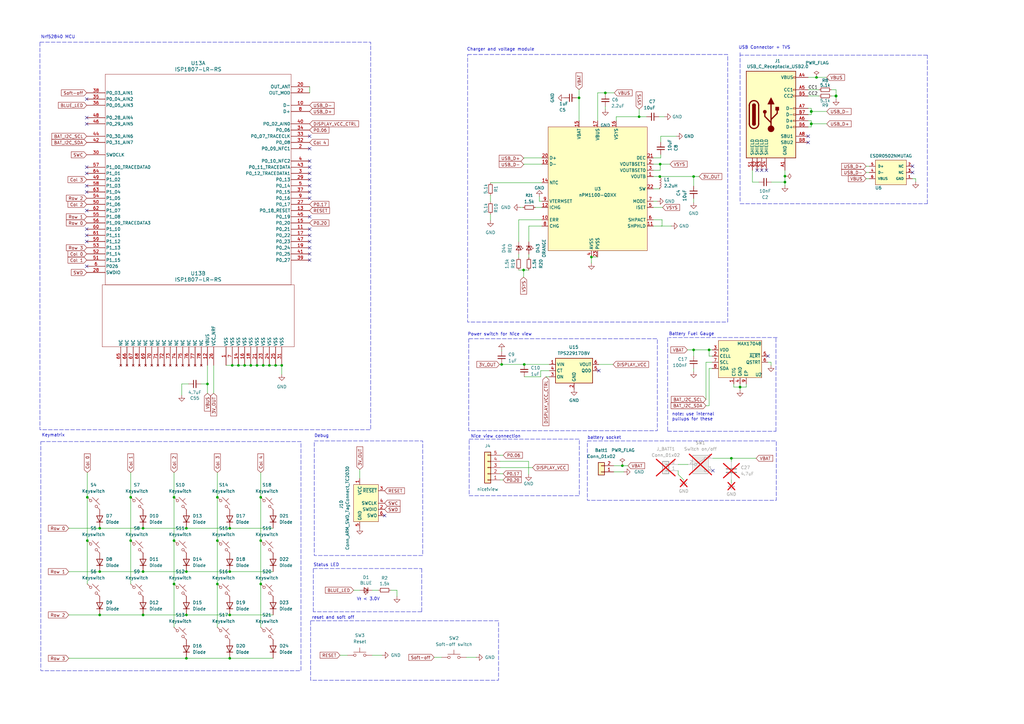
<source format=kicad_sch>
(kicad_sch (version 20250114) (generator "eeschema") (generator_version "9.0")
  (paper "A3")
  (lib_symbols
    (symbol "Connector:Conn_ARM_SWD_TagConnect_TC2030" (in_bom no)
      (property "Reference" "J" (at 2.54 11.43 0))
      (property "Value" "Conn_ARM_SWD_TagConnect_TC2030" (at 5.08 8.89 0))
      (symbol "Conn_ARM_SWD_TagConnect_TC2030_0_0"
        (pin power_in line (at -2.54 10.16 270) (length 2.54) (name "VCC") (number "1"))
        (pin power_in line (at -2.54 -10.16 90) (length 2.54) (name "GND") (number "5"))
        (pin open_collector line (at 7.62 5.08 180) (length 2.54) (name "~{RESET}") (number "3"))
        (pin output line (at 7.62 0 180) (length 2.54) (name "SWCLK") (number "4"))
        (pin bidirectional line (at 7.62 -2.54 180) (length 2.54) (name "SWDIO") (number "2"))
        (pin input line (at 7.62 -5.08 180) (length 2.54) (name "SWO") (number "6"))
      )
    )
    (symbol "Connector_Generic:Conn_01x02" (pin_names (offset 1.016) (hide yes))
      (property "Reference" "J" (at 0 2.54 0))
      (property "Value" "Conn_01x02" (at 0 -5.08 0))
      (symbol "Conn_01x02_1_1"
        (pin passive line (at -5.08 0 0) (length 3.81) (name "Pin_1") (number "1"))
        (pin passive line (at -5.08 -2.54 0) (length 3.81) (name "Pin_2") (number "2"))
      )
    )
    (symbol "Connector_Generic:Conn_01x05" (pin_names (offset 1.016) (hide yes))
      (property "Reference" "J" (at 0 7.62 0))
      (property "Value" "Conn_01x05" (at 0 -7.62 0))
      (symbol "Conn_01x05_1_1"
        (pin passive line (at -5.08 5.08 0) (length 3.81) (name "Pin_1") (number "1"))
        (pin passive line (at -5.08 2.54 0) (length 3.81) (name "Pin_2") (number "2"))
        (pin passive line (at -5.08 0 0) (length 3.81) (name "Pin_3") (number "3"))
        (pin passive line (at -5.08 -2.54 0) (length 3.81) (name "Pin_4") (number "4"))
        (pin passive line (at -5.08 -5.08 0) (length 3.81) (name "Pin_5") (number "5"))
      )
    )
    (symbol "Device:C" (pin_numbers (hide yes)) (pin_names (offset 0.254))
      (property "Reference" "C" (at 0.635 2.54 0))
      (property "Value" "C" (at 0.635 -2.54 0))
      (symbol "C_1_1"
        (pin passive line (at 0 3.81 270) (length 2.794) (name "~") (number "1"))
        (pin passive line (at 0 -3.81 90) (length 2.794) (name "~") (number "2"))
      )
    )
    (symbol "Device:C_Small" (pin_numbers (hide yes)) (pin_names (offset 0.254) (hide yes))
      (property "Reference" "C" (at 0.254 1.778 0))
      (property "Value" "C_Small" (at 0.254 -2.032 0))
      (symbol "C_Small_1_1"
        (pin passive line (at 0 2.54 270) (length 2.032) (name "~") (number "1"))
        (pin passive line (at 0 -2.54 90) (length 2.032) (name "~") (number "2"))
      )
    )
    (symbol "Device:LED_Small" (pin_numbers (hide yes)) (pin_names (offset 0.254) (hide yes))
      (property "Reference" "D" (at -1.27 3.175 0))
      (property "Value" "LED_Small" (at -4.445 -2.54 0))
      (symbol "LED_Small_1_1"
        (pin passive line (at -2.54 0 0) (length 1.778) (name "K") (number "1"))
        (pin passive line (at 2.54 0 180) (length 1.778) (name "A") (number "2"))
      )
    )
    (symbol "Device:L_Small" (pin_numbers (hide yes)) (pin_names (offset 0.254) (hide yes))
      (property "Reference" "L" (at 0.762 1.016 0))
      (property "Value" "L_Small" (at 0.762 -1.016 0))
      (symbol "L_Small_1_1"
        (pin passive line (at 0 2.54 270) (length 0.508) (name "~") (number "1"))
        (pin passive line (at 0 -2.54 90) (length 0.508) (name "~") (number "2"))
      )
    )
    (symbol "Device:R_Small" (pin_numbers (hide yes)) (pin_names (offset 0.254) (hide yes))
      (property "Reference" "R" (at 0.762 0.508 0))
      (property "Value" "R_Small" (at 0.762 -1.016 0))
      (symbol "R_Small_1_1"
        (pin passive line (at 0 2.54 270) (length 0.762) (name "~") (number "1"))
        (pin passive line (at 0 -2.54 90) (length 0.762) (name "~") (number "2"))
      )
    )
    (symbol "GND_1" (power) (pin_numbers (hide yes)) (pin_names (offset 0) (hide yes))
      (property "Value" "GND" (at 0 -3.81 0))
      (symbol "GND_1_1_1"
        (pin power_in line (at 0 0 270) (length 0) (name "~") (number "1"))
      )
    )
    (symbol "GND_4" (power) (pin_numbers (hide yes)) (pin_names (offset 0) (hide yes))
      (property "Value" "GND" (at 0 -3.81 0))
      (symbol "GND_4_1_1"
        (pin power_in line (at 0 0 270) (length 0) (name "~") (number "1"))
      )
    )
    (symbol "ISP1807-LR-RS:ISP1807-LR-RS" (pin_names (offset 0.254))
      (property "Reference" "U" (at 45.72 12.7 0))
      (property "Value" "ISP1807-LR-RS" (at 45.72 10.16 0))
      (symbol "ISP1807-LR-RS_1_1"
        (pin input line (at 0 0 0) (length 7.62) (name "P0_03_AIN1") (number "38"))
        (pin input line (at 0 -2.54 0) (length 7.62) (name "P0_04_AIN2") (number "35"))
        (pin input line (at 0 -5.08 0) (length 7.62) (name "P0_05_AIN3") (number "36"))
        (pin input line (at 0 -10.16 0) (length 7.62) (name "P0_28_AIN4") (number "48"))
        (pin input line (at 0 -12.7 0) (length 7.62) (name "P0_29_AIN5") (number "46"))
        (pin input line (at 0 -17.78 0) (length 7.62) (name "P0_30_AIN6") (number "44"))
        (pin input line (at 0 -20.32 0) (length 7.62) (name "P0_31_AIN7") (number "42"))
        (pin input line (at 0 -25.4 0) (length 7.62) (name "SWDCLK") (number "30"))
        (pin bidirectional line (at 0 -30.48 0) (length 7.62) (name "P1_00_TRACEDATA0") (number "57"))
        (pin bidirectional line (at 0 -33.02 0) (length 7.62) (name "P1_01") (number "64"))
        (pin bidirectional line (at 0 -35.56 0) (length 7.62) (name "P1_02") (number "49"))
        (pin bidirectional line (at 0 -38.1 0) (length 7.62) (name "P1_03") (number "58"))
        (pin bidirectional line (at 0 -40.64 0) (length 7.62) (name "P1_04") (number "63"))
        (pin bidirectional line (at 0 -43.18 0) (length 7.62) (name "P1_05") (number "54"))
        (pin bidirectional line (at 0 -45.72 0) (length 7.62) (name "P1_06") (number "50"))
        (pin bidirectional line (at 0 -48.26 0) (length 7.62) (name "P1_07") (number "62"))
        (pin bidirectional line (at 0 -50.8 0) (length 7.62) (name "P1_08") (number "55"))
        (pin bidirectional line (at 0 -53.34 0) (length 7.62) (name "P1_09_TRACEDATA3") (number "56"))
        (pin bidirectional line (at 0 -55.88 0) (length 7.62) (name "P1_10") (number "60"))
        (pin bidirectional line (at 0 -58.42 0) (length 7.62) (name "P1_11") (number "61"))
        (pin bidirectional line (at 0 -60.96 0) (length 7.62) (name "P1_12") (number "59"))
        (pin bidirectional line (at 0 -63.5 0) (length 7.62) (name "P1_13") (number "53"))
        (pin bidirectional line (at 0 -66.04 0) (length 7.62) (name "P1_14") (number "52"))
        (pin bidirectional line (at 0 -68.58 0) (length 7.62) (name "P1_15") (number "51"))
        (pin bidirectional line (at 0 -71.12 0) (length 7.62) (name "P026") (number "6"))
        (pin bidirectional line (at 0 -73.66 0) (length 7.62) (name "SWDIO") (number "28"))
        (pin bidirectional line (at 91.44 2.54 180) (length 7.62) (name "OUT_ANT") (number "20"))
        (pin bidirectional line (at 91.44 0 180) (length 7.62) (name "OUT_MOD") (number "22"))
        (pin bidirectional line (at 91.44 -5.08 180) (length 7.62) (name "D-") (number "10"))
        (pin bidirectional line (at 91.44 -7.62 180) (length 7.62) (name "D+") (number "8"))
        (pin bidirectional line (at 91.44 -12.7 180) (length 7.62) (name "P0_02_AIN0") (number "40"))
        (pin bidirectional line (at 91.44 -15.24 180) (length 7.62) (name "P0_06") (number "34"))
        (pin bidirectional line (at 91.44 -17.78 180) (length 7.62) (name "P0_07_TRACECLK") (number "33"))
        (pin bidirectional line (at 91.44 -20.32 180) (length 7.62) (name "P0_08") (number "32"))
        (pin bidirectional line (at 91.44 -22.86 180) (length 7.62) (name "P0_09_NFC1") (number "2"))
        (pin bidirectional line (at 91.44 -27.94 180) (length 7.62) (name "P0_10_NFC2") (number "4"))
        (pin bidirectional line (at 91.44 -30.48 180) (length 7.62) (name "P0_11_TRACEDATA") (number "43"))
        (pin bidirectional line (at 91.44 -33.02 180) (length 7.62) (name "P0_12_TRACEDATA1") (number "3"))
        (pin bidirectional line (at 91.44 -35.56 180) (length 7.62) (name "P0_13") (number "29"))
        (pin bidirectional line (at 91.44 -38.1 180) (length 7.62) (name "P0_14") (number "5"))
        (pin bidirectional line (at 91.44 -40.64 180) (length 7.62) (name "P0_15") (number "37"))
        (pin bidirectional line (at 91.44 -43.18 180) (length 7.62) (name "P0_16") (number "9"))
        (pin bidirectional line (at 91.44 -45.72 180) (length 7.62) (name "P0_17") (number "27"))
        (pin bidirectional line (at 91.44 -48.26 180) (length 7.62) (name "P0_18_RESET") (number "13"))
        (pin bidirectional line (at 91.44 -50.8 180) (length 7.62) (name "P0_19") (number "45"))
        (pin bidirectional line (at 91.44 -53.34 180) (length 7.62) (name "P0_20") (number "15"))
        (pin bidirectional line (at 91.44 -55.88 180) (length 7.62) (name "P0_21") (number "11"))
        (pin bidirectional line (at 91.44 -58.42 180) (length 7.62) (name "P0_22") (number "17"))
        (pin bidirectional line (at 91.44 -60.96 180) (length 7.62) (name "P0_23") (number "47"))
        (pin bidirectional line (at 91.44 -63.5 180) (length 7.62) (name "P0_24") (number "19"))
        (pin bidirectional line (at 91.44 -66.04 180) (length 7.62) (name "P0_25") (number "41"))
        (pin bidirectional line (at 91.44 -68.58 180) (length 7.62) (name "P0_27") (number "39"))
      )
      (symbol "ISP1807-LR-RS_2_1"
        (pin no_connect line (at 0 0 0) (length 7.62) (name "NC") (number "65"))
        (pin no_connect line (at 0 -2.54 0) (length 7.62) (name "NC") (number "66"))
        (pin no_connect line (at 0 -5.08 0) (length 7.62) (name "NC") (number "67"))
        (pin no_connect line (at 0 -7.62 0) (length 7.62) (name "NC") (number "68"))
        (pin no_connect line (at 0 -10.16 0) (length 7.62) (name "NC") (number "69"))
        (pin no_connect line (at 0 -12.7 0) (length 7.62) (name "NC") (number "70"))
        (pin no_connect line (at 0 -15.24 0) (length 7.62) (name "NC") (number "71"))
        (pin no_connect line (at 0 -17.78 0) (length 7.62) (name "NC") (number "72"))
        (pin no_connect line (at 0 -20.32 0) (length 7.62) (name "NC") (number "73"))
        (pin no_connect line (at 0 -22.86 0) (length 7.62) (name "NC") (number "74"))
        (pin no_connect line (at 0 -25.4 0) (length 7.62) (name "NC") (number "75"))
        (pin no_connect line (at 0 -27.94 0) (length 7.62) (name "NC") (number "76"))
        (pin no_connect line (at 0 -30.48 0) (length 7.62) (name "NC") (number "77"))
        (pin no_connect line (at 0 -33.02 0) (length 7.62) (name "NC") (number "78"))
        (pin power_in line (at 0 -35.56 0) (length 7.62) (name "VBUS") (number "12"))
        (pin power_in line (at 0 -38.1 0) (length 7.62) (name "VCC_NRF") (number "26"))
        (pin power_in line (at 0 -43.18 0) (length 7.62) (name "VSS") (number "1"))
        (pin power_in line (at 0 -45.72 0) (length 7.62) (name "VSS") (number "7"))
        (pin power_in line (at 0 -48.26 0) (length 7.62) (name "VSS") (number "14"))
        (pin power_in line (at 0 -50.8 0) (length 7.62) (name "VSS") (number "16"))
        (pin power_in line (at 0 -53.34 0) (length 7.62) (name "VSS") (number "18"))
        (pin power_in line (at 0 -55.88 0) (length 7.62) (name "VSS") (number "21"))
        (pin power_in line (at 0 -58.42 0) (length 7.62) (name "VSS") (number "23"))
        (pin power_in line (at 0 -60.96 0) (length 7.62) (name "VSS") (number "24"))
        (pin power_in line (at 0 -63.5 0) (length 7.62) (name "VSS") (number "25"))
        (pin power_in line (at 0 -66.04 0) (length 7.62) (name "VSS") (number "31"))
      )
    )
    (symbol "Power_Management:TPS22917DBV"
      (property "Reference" "U" (at -6.35 6.35 0))
      (property "Value" "TPS22917DBV" (at 2.54 6.35 0))
      (symbol "TPS22917DBV_1_1"
        (pin power_in line (at -10.16 2.54 0) (length 2.54) (name "VIN") (number "1"))
        (pin output line (at -10.16 0 0) (length 2.54) (name "CT") (number "4"))
        (pin input line (at -10.16 -2.54 0) (length 2.54) (name "ON") (number "3"))
        (pin power_in line (at 0 -7.62 90) (length 2.54) (name "GND") (number "2"))
        (pin power_out line (at 10.16 2.54 180) (length 2.54) (name "VOUT") (number "6"))
        (pin open_collector line (at 10.16 0 180) (length 2.54) (name "QOD") (number "5"))
      )
    )
    (symbol "R_Small_1" (pin_numbers (hide yes)) (pin_names (offset 0.254) (hide yes))
      (property "Reference" "R" (at 0 0 90))
      (property "Value" "R_Small" (at 1.778 0 90))
      (symbol "R_Small_1_1_1"
        (pin passive line (at 0 2.54 270) (length 0.762) (name "~") (number "1"))
        (pin passive line (at 0 -2.54 90) (length 0.762) (name "~") (number "2"))
      )
    )
    (symbol "ScottoKeebs:Placeholder_Diode" (pin_numbers (hide yes)) (pin_names (hide yes))
      (property "Reference" "D" (at 0 2.54 0))
      (property "Value" "Diode" (at 0 -2.54 0))
      (symbol "Placeholder_Diode_1_1"
        (pin passive line (at -3.81 0 0) (length 2.54) (name "K") (number "1"))
        (pin passive line (at 3.81 0 180) (length 2.54) (name "A") (number "2"))
      )
    )
    (symbol "ScottoKeebs:Placeholder_Keyswitch" (pin_numbers (hide yes)) (pin_names (offset 1.016) (hide yes))
      (property "Reference" "S" (at 3.048 1.016 0))
      (property "Value" "Keyswitch" (at 0 -3.81 0))
      (symbol "Placeholder_Keyswitch_0_1"
        (pin passive line (at -2.54 2.54 0) (length 0) (name "1") (number "1"))
        (pin passive line (at 2.54 -2.54 180) (length 0) (name "2") (number "2"))
      )
    )
    (symbol "ScottoKeebs:Placeholder_Switch" (pin_numbers (hide yes)) (pin_names (offset 1.016) (hide yes))
      (property "Reference" "SW" (at 1.27 2.54 0))
      (property "Value" "Switch" (at 0 -1.524 0))
      (symbol "Placeholder_Switch_0_1"
        (pin passive line (at -5.08 0 0) (length 2.54) (name "1") (number "1"))
        (pin passive line (at 5.08 0 180) (length 2.54) (name "2") (number "2"))
      )
    )
    (symbol "Switch:SW_SPDT" (pin_names (offset 0) (hide yes))
      (property "Reference" "SW" (at 0 5.08 0))
      (property "Value" "SW_SPDT" (at 0 -5.08 0))
      (symbol "SW_SPDT_1_1"
        (pin passive line (at -5.08 0 0) (length 2.54) (name "B") (number "2"))
        (pin passive line (at 5.08 2.54 180) (length 2.54) (name "A") (number "1"))
        (pin passive line (at 5.08 -2.54 180) (length 2.54) (name "C") (number "3"))
      )
    )
    (symbol "mariposa:nPM1100-QDXX"
      (property "Reference" "U8" (at 0 0 0))
      (property "Value" "nPM1100-QDXX" (at 0 -2.54 0))
      (symbol "nPM1100-QDXX_0_0"
        (pin bidirectional line (at -22.86 12.7 0) (length 2.54) (name "D+") (number "20"))
        (pin bidirectional line (at -22.86 10.16 0) (length 2.54) (name "D-") (number "19"))
        (pin passive line (at -22.86 2.54 0) (length 2.54) (name "NTC") (number "14"))
        (pin passive line (at -22.86 -5.08 0) (length 2.54) (name "VTERMSET") (number "9"))
        (pin passive line (at -22.86 -7.62 0) (length 2.54) (name "ICHG") (number "12"))
        (pin passive line (at -22.86 -12.7 0) (length 2.54) (name "ERR") (number "10"))
        (pin passive line (at -22.86 -15.24 0) (length 2.54) (name "CHG") (number "8"))
        (pin bidirectional line (at -7.62 27.94 270) (length 2.54) (name "VBAT") (number "15"))
        (pin power_in line (at 0 27.94 270) (length 2.54) (name "VBUS") (number "17"))
        (pin power_in line (at 0 -27.94 90) (length 2.54) (name "PVSS") (number "23"))
        (pin power_out line (at 7.62 27.94 270) (length 2.54) (name "VSYS") (number "16"))
        (pin passive line (at 22.86 12.7 180) (length 2.54) (name "DEC") (number "21"))
        (pin passive line (at 22.86 10.16 180) (length 2.54) (name "VOUTBSET1") (number "2"))
        (pin power_out line (at 22.86 5.08 180) (length 2.54) (name "VOUTB") (number "1"))
        (pin passive line (at 22.86 0 180) (length 2.54) (name "SW") (number "22"))
        (pin passive line (at 22.86 -5.08 180) (length 2.54) (name "MODE") (number "7"))
        (pin passive line (at 22.86 -7.62 180) (length 2.54) (name "ISET") (number "5"))
        (pin passive line (at 22.86 -12.7 180) (length 2.54) (name "SHPACT") (number "6"))
        (pin passive line (at 22.86 -15.24 180) (length 2.54) (name "SHPHLD") (number "11"))
      )
      (symbol "nPM1100-QDXX_1_0"
        (pin passive line (at -2.54 -27.94 90) (length 2.54) (hide yes) (name "AVSS") (number "25"))
        (pin power_in line (at -2.54 -27.94 90) (length 2.54) (name "AVSS") (number "4"))
        (pin no_connect line (at 7.62 -25.4 90) (length 2.54) (hide yes) (name "NC") (number "24"))
        (pin no_connect line (at 10.16 -25.4 90) (length 2.54) (hide yes) (name "NC") (number "13"))
        (pin no_connect line (at 12.7 -25.4 90) (length 2.54) (hide yes) (name "NC") (number "18"))
        (pin passive line (at 22.86 7.62 180) (length 2.54) (name "VOUTBSET0") (number "3"))
      )
    )
    (symbol "mikoto:ESDR0502NMUTAG" (pin_names (offset 1.016))
      (property "Reference" "U" (at 0 3.81 0))
      (property "Value" "ESDR0502NMUTAG" (at 0 6.985 0))
      (symbol "ESDR0502NMUTAG_1_1"
        (pin passive line (at -8.89 2.54 0) (length 2.54) (name "D+") (number "5"))
        (pin passive line (at -8.89 0 0) (length 2.54) (name "D-") (number "4"))
        (pin power_in line (at -8.89 -2.54 0) (length 2.54) (name "VBUS") (number "6"))
        (pin passive line (at 8.89 2.54 180) (length 2.54) (name "NC") (number "2"))
        (pin passive line (at 8.89 0 180) (length 2.54) (name "NC") (number "3"))
        (pin power_in line (at 8.89 -2.54 180) (length 2.54) (name "GND") (number "1"))
      )
    )
    (symbol "mikoto:MAX17048"
      (property "Reference" "U" (at -7.62 8.89 0))
      (property "Value" "MAX17048" (at 4.445 8.89 0))
      (symbol "MAX17048_0_0"
        (pin power_in line (at -11.43 3.81 0) (length 2.54) (name "VDD") (number "3"))
        (pin power_in line (at -11.43 1.27 0) (length 2.54) (name "CELL") (number "2"))
        (pin tri_state line (at -11.43 -1.27 0) (length 2.54) (name "SCL") (number "7"))
        (pin tri_state line (at -11.43 -3.81 0) (length 2.54) (name "SDA") (number "8"))
        (pin power_in line (at -2.54 -10.16 90) (length 2.54) (name "CTG") (number "1"))
        (pin power_in line (at 0 -10.16 90) (length 2.54) (name "GND") (number "4"))
        (pin power_in line (at 2.54 -10.16 90) (length 2.54) (name "EP") (number "9"))
        (pin open_collector line (at 11.43 1.27 180) (length 2.54) (name "~{ALRT}") (number "5"))
        (pin input line (at 11.43 -1.27 180) (length 2.54) (name "QSTRT") (number "6"))
      )
    )
    (symbol "mikoto:USB_C_Receptacle_USB2.0" (pin_names (offset 1.016))
      (property "Reference" "J" (at -10.16 19.05 0))
      (property "Value" "USB_C_Receptacle_USB2.0" (at 19.05 19.05 0))
      (symbol "USB_C_Receptacle_USB2.0_1_1"
        (pin passive line (at -7.62 -22.86 90) (length 5.08) (name "SHIELD") (number "S1"))
        (pin passive line (at -5.715 -22.86 90) (length 5.08) (name "SHIELD") (number "S2"))
        (pin passive line (at -3.81 -22.86 90) (length 5.08) (name "SHIELD") (number "S3"))
        (pin passive line (at -1.905 -22.86 90) (length 5.08) (name "SHIELD") (number "S4"))
        (pin power_in line (at 5.715 -22.86 90) (length 5.08) (name "GND") (number "A1"))
        (pin power_in line (at 15.24 15.24 180) (length 5.08) (name "VBUS") (number "A4"))
        (pin bidirectional line (at 15.24 10.16 180) (length 5.08) (name "CC1") (number "A5"))
        (pin bidirectional line (at 15.24 7.62 180) (length 5.08) (name "CC2") (number "B5"))
        (pin bidirectional line (at 15.24 2.54 180) (length 5.08) (name "D-") (number "A7"))
        (pin bidirectional line (at 15.24 0 180) (length 5.08) (name "D-") (number "B7"))
        (pin bidirectional line (at 15.24 -2.54 180) (length 5.08) (name "D+") (number "A6"))
        (pin bidirectional line (at 15.24 -5.08 180) (length 5.08) (name "D+") (number "B6"))
        (pin bidirectional line (at 15.24 -8.89 180) (length 5.08) (name "SBU1") (number "A8"))
        (pin bidirectional line (at 15.24 -11.43 180) (length 5.08) (name "SBU2") (number "B8"))
      )
    )
    (symbol "power:GND" (power) (pin_names (offset 0))
      (property "Value" "GND" (at 0 -3.81 0))
      (symbol "GND_1_1"
        (pin power_in line (at 0 0 270) (length 0) (hide yes) (name "GND") (number "1"))
      )
    )
    (symbol "power:PWR_FLAG" (power) (pin_numbers (hide yes)) (pin_names (offset 0) (hide yes))
      (property "Value" "PWR_FLAG" (at 0 3.81 0))
      (symbol "PWR_FLAG_0_0"
        (pin power_out line (at 0 0 90) (length 0) (name "pwr") (number "1"))
      )
    )
  )
  (rectangle (start 191.77 22.352) (end 298.45 132.08) (stroke (width 0) (type dash)))
  (rectangle (start 128.905 180.848) (end 173.355 227.838) (stroke (width 0) (type dash)))
  (rectangle (start 16.764 181.102) (end 123.444 275.082) (stroke (width 0) (type dash)))
  (rectangle (start 192.278 138.938) (end 269.621 176.657) (stroke (width 0) (type dash)))
  (rectangle (start 127.381 254.635) (end 204.47 279.019) (stroke (width 0) (type dash)))
  (rectangle (start 192.405 180.086) (end 237.617 203.327) (stroke (width 0) (type dash)))
  (rectangle (start 16.383 17.272) (end 152.019 176.276) (stroke (width 0) (type dash)))
  (rectangle (start 240.919 180.848) (end 318.389 205.232) (stroke (width 0) (type dash)))
  (text "note: use internal\npullups for these" (at 275.59 172.72 0) (effects (font (size 1.27 1.27)) (justify left bottom)))
  (text "battery socket" (at 240.919 179.578 0) (effects (font (size 1.27 1.27)) (justify left)))
  (text "Status LED" (at 128.524 232.537 0) (effects (font (size 1.27 1.27)) (justify left bottom)))
  (text "Nrf52840 MCU" (at 16.764 16.002 0) (effects (font (size 1.27 1.27)) (justify left bottom)))
  (text "Charger and voltage module" (at 205.359 20.32 0) (effects (font (size 1.27 1.27))))
  (text "Nice view connection\n" (at 193.04 179.07 0) (effects (font (size 1.27 1.27)) (justify left)))
  (text "V_{f} < 3.0V" (at 146.304 246.507 0) (effects (font (size 1.27 1.27)) (justify left bottom)))
  (text "Battery Fuel Gauge" (at 274.32 137.795 0) (effects (font (size 1.27 1.27)) (justify left bottom)))
  (text "reset and soft off\n" (at 127.889 253.365 0) (effects (font (size 1.27 1.27)) (justify left)))
  (text "Power switch for Nice view" (at 191.77 137.16 0) (effects (font (size 1.27 1.27)) (justify left)))
  (text "USB Connector + TVS" (at 302.895 20.32 0) (effects (font (size 1.27 1.27)) (justify left bottom)))
  (text "Debug\n" (at 128.905 179.578 0) (effects (font (size 1.27 1.27)) (justify left bottom)))
  (text "Keymatrix\n" (at 21.844 178.562 0) (effects (font (size 1.27 1.27))))
  (junction (at 94.234 270.002))
  (junction (at 53.594 221.742))
  (junction (at 97.79 149.86))
  (junction (at 270.637 72.39))
  (junction (at 105.41 149.86))
  (junction (at 106.934 221.742))
  (junction (at 110.49 149.86))
  (junction (at 94.234 252.222))
  (junction (at 100.33 149.86))
  (junction (at 85.09 157.48))
  (junction (at 76.454 270.002))
  (junction (at 76.454 252.222))
  (junction (at 35.814 221.742))
  (junction (at 113.03 149.86))
  (junction (at 284.48 143.51))
  (junction (at 334.8866 31.75))
  (junction (at 303.53 158.75))
  (junction (at 205.74 149.479))
  (junction (at 95.25 149.86))
  (junction (at 215.011 149.479))
  (junction (at 284.48 72.39))
  (junction (at 115.57 149.86))
  (junction (at 35.814 203.962))
  (junction (at 89.154 221.742))
  (junction (at 332.74 50.8) (diameter 1.016))
  (junction (at 71.374 203.962))
  (junction (at 299.974 187.96))
  (junction (at 321.945 72.2585))
  (junction (at 332.74 45.72) (diameter 1.016))
  (junction (at 58.674 252.222))
  (junction (at 94.234 234.442))
  (junction (at 321.945 74.676))
  (junction (at 94.234 216.662))
  (junction (at 290.83 143.51))
  (junction (at 106.934 239.522))
  (junction (at 53.594 203.962))
  (junction (at 40.894 234.442))
  (junction (at 342.9 39.37) (diameter 1.016))
  (junction (at 71.374 239.522))
  (junction (at 237.49 40.132))
  (junction (at 214.757 110.744))
  (junction (at 262.128 47.879))
  (junction (at 40.894 252.222))
  (junction (at 248.285 38.1))
  (junction (at 255.27 191.008))
  (junction (at 242.57 105.41))
  (junction (at 102.87 149.86))
  (junction (at 76.454 216.662))
  (junction (at 76.454 234.442))
  (junction (at 89.154 239.522))
  (junction (at 89.154 203.962))
  (junction (at 106.934 203.962))
  (junction (at 107.95 149.86))
  (junction (at 71.374 221.742))
  (junction (at 58.674 216.662))
  (junction (at 270.764 67.31))
  (junction (at 58.674 234.442))
  (junction (at 40.894 216.662))
  (no_connect (at 127 55.88))
  (no_connect (at 35.56 68.58))
  (no_connect (at 127 76.2))
  (no_connect (at 374.269 70.739))
  (no_connect (at 127 99.06))
  (no_connect (at 310.515 69.85))
  (no_connect (at 127 71.12))
  (no_connect (at 331.47 58.42))
  (no_connect (at 35.56 93.98))
  (no_connect (at 35.56 40.64))
  (no_connect (at 127 101.6))
  (no_connect (at 292.354 193.04))
  (no_connect (at 35.56 86.36))
  (no_connect (at 314.325 69.85))
  (no_connect (at 127 78.74))
  (no_connect (at 35.56 99.06))
  (no_connect (at 127 88.9))
  (no_connect (at 157.734 211.455))
  (no_connect (at 312.42 69.85))
  (no_connect (at 127 68.58))
  (no_connect (at 127 81.28))
  (no_connect (at 127 93.98))
  (no_connect (at 35.56 78.74))
  (no_connect (at 127 106.68))
  (no_connect (at 331.47 55.88))
  (no_connect (at 127 73.66))
  (no_connect (at 35.56 71.12))
  (no_connect (at 35.56 50.8))
  (no_connect (at 35.56 96.52))
  (no_connect (at 245.618 152.019))
  (no_connect (at 314.96 146.05))
  (no_connect (at 35.56 48.26))
  (no_connect (at 35.56 76.2))
  (no_connect (at 374.269 68.199))
  (no_connect (at 127 104.14))
  (no_connect (at 127 96.52))
  (no_connect (at 35.56 109.22))
  (no_connect (at 127 60.96))
  (no_connect (at 127 66.04))
  (wire (pts (xy 236.601 40.132) (xy 237.49 40.132)))
  (wire (pts (xy 95.25 149.86) (xy 97.79 149.86)))
  (wire (pts (xy 82.423 157.48) (xy 85.09 157.48)))
  (wire (pts (xy 340.995 36.83) (xy 342.9 36.83)))
  (wire (pts (xy 178.054 269.621) (xy 181.102 269.621)))
  (wire (pts (xy 242.57 107.95) (xy 242.57 107.569)))
  (wire (pts (xy 28.194 216.662) (xy 40.894 216.662)))
  (wire (pts (xy 214.503 85.09) (xy 213.3531 85.09)))
  (wire (pts (xy 271.018 55.88) (xy 271.018 58.293)))
  (wire (pts (xy 262.128 47.879) (xy 265.176 47.879)))
  (wire (pts (xy 331.47 44.45) (xy 332.74 44.45)))
  (wire (pts (xy 242.5682 107.569) (xy 242.5682 105.4118)))
  (wire (pts (xy 292.1 148.59) (xy 289.56 148.59)))
  (wire (pts (xy 40.894 252.222) (xy 58.674 252.222)))
  (wire (pts (xy 270.764 69.85) (xy 267.97 69.85)))
  (wire (pts (xy 289.56 148.59) (xy 289.56 163.83)))
  (wire (pts (xy 212.725 110.744) (xy 214.757 110.744)))
  (wire (pts (xy 40.894 216.662) (xy 58.674 216.662)))
  (wire (pts (xy 271.2743 92.71) (xy 267.97 92.71)))
  (wire (pts (xy 332.74 50.8) (xy 332.74 52.07)))
  (wire (pts (xy 308.61 74.676) (xy 311.277 74.676)))
  (wire (pts (xy 290.83 151.13) (xy 290.83 166.37)))
  (wire (pts (xy 106.934 193.802) (xy 106.934 203.962)))
  (wire (pts (xy 290.83 143.51) (xy 290.83 146.05)))
  (wire (pts (xy 331.47 36.83) (xy 335.915 36.83)))
  (wire (pts (xy 281.94 143.51) (xy 284.48 143.51)))
  (wire (pts (xy 245.11 38.1) (xy 245.11 49.53)))
  (wire (pts (xy 290.83 146.05) (xy 292.1 146.05)))
  (wire (pts (xy 76.454 270.002) (xy 94.234 270.002)))
  (wire (pts (xy 270.764 67.31) (xy 267.97 67.31)))
  (wire (pts (xy 215.011 67.437) (xy 215.011 67.31)))
  (wire (pts (xy 355.219 68.199) (xy 356.489 68.199)))
  (polyline (pts (xy 318.262 176.911) (xy 318.262 138.43)) (stroke (width 0) (type dash)))
  (wire (pts (xy 332.74 50.8) (xy 339.09 50.8)))
  (polyline (pts (xy 128.524 233.172) (xy 172.974 233.172)) (stroke (width 0) (type dash)))
  (wire (pts (xy 219.583 85.09) (xy 222.25 85.09)))
  (wire (pts (xy 321.945 74.676) (xy 321.945 76.073)))
  (wire (pts (xy 205.74 143.51) (xy 205.74 144.018)))
  (wire (pts (xy 271.526 90.1723) (xy 271.5283 90.1677)))
  (wire (pts (xy 278.13 190.5) (xy 282.194 190.5)))
  (wire (pts (xy 213.3531 85.09) (xy 213.3366 85.0735)))
  (wire (pts (xy 314.96 148.59) (xy 316.23 148.59)))
  (wire (pts (xy 237.49 36.703) (xy 237.49 40.132)))
  (wire (pts (xy 215.011 67.31) (xy 222.25 67.31)))
  (wire (pts (xy 221.234 80.645) (xy 221.234 82.55)))
  (wire (pts (xy 306.07 158.75) (xy 306.07 157.48)))
  (wire (pts (xy 74.549 157.48) (xy 74.549 162.052)))
  (polyline (pts (xy 303.53 83.566) (xy 380.365 83.566)) (stroke (width 0) (type dash)))
  (wire (pts (xy 267.97 82.55) (xy 269.494 82.55)))
  (wire (pts (xy 71.374 193.802) (xy 71.374 203.962)))
  (wire (pts (xy 284.48 143.51) (xy 290.83 143.51)))
  (wire (pts (xy 71.374 221.742) (xy 71.374 239.522)))
  (wire (pts (xy 28.194 252.222) (xy 40.894 252.222)))
  (wire (pts (xy 92.71 149.86) (xy 95.25 149.86)))
  (wire (pts (xy 215.011 154.559) (xy 221.742 154.559)))
  (wire (pts (xy 106.934 221.742) (xy 106.934 239.522)))
  (wire (pts (xy 316.23 148.59) (xy 316.23 149.86)))
  (wire (pts (xy 308.61 69.85) (xy 308.61 74.676)))
  (wire (pts (xy 53.594 203.962) (xy 53.594 221.742)))
  (wire (pts (xy 278.13 194.564) (xy 280.416 196.85)))
  (wire (pts (xy 201.168 80.01) (xy 201.168 82.804)))
  (wire (pts (xy 205.105 189.23) (xy 216.789 189.23)))
  (wire (pts (xy 85.09 149.86) (xy 85.09 157.48)))
  (wire (pts (xy 274.828 67.31) (xy 270.764 67.31)))
  (wire (pts (xy 76.454 252.222) (xy 94.234 252.222)))
  (wire (pts (xy 299.974 187.96) (xy 299.974 189.23)))
  (wire (pts (xy 340.995 39.37) (xy 342.9 39.37)))
  (wire (pts (xy 248.285 38.1) (xy 251.968 38.1)))
  (wire (pts (xy 28.194 234.442) (xy 40.894 234.442)))
  (wire (pts (xy 355.219 70.739) (xy 356.489 70.739)))
  (polyline (pts (xy 273.812 138.43) (xy 273.812 176.911)) (stroke (width 0) (type dash)))
  (wire (pts (xy 271.526 92.71) (xy 275.3094 92.71)))
  (wire (pts (xy 248.285 38.1) (xy 248.285 38.608)))
  (wire (pts (xy 216.789 194.564) (xy 216.789 189.23)))
  (wire (pts (xy 160.274 242.062) (xy 162.814 242.062)))
  (wire (pts (xy 35.814 221.742) (xy 35.814 239.522)))
  (wire (pts (xy 267.97 90.17) (xy 271.5237 90.17)))
  (wire (pts (xy 270.637 72.39) (xy 284.48 72.39)))
  (wire (pts (xy 216.916 92.71) (xy 222.25 92.71)))
  (wire (pts (xy 332.74 44.45) (xy 332.74 45.72)))
  (wire (pts (xy 214.757 110.744) (xy 216.916 110.744)))
  (wire (pts (xy 28.194 270.002) (xy 76.454 270.002)))
  (wire (pts (xy 71.374 239.522) (xy 71.374 257.302)))
  (wire (pts (xy 94.234 270.002) (xy 112.014 270.002)))
  (wire (pts (xy 206.375 196.85) (xy 205.105 196.85)))
  (wire (pts (xy 214.757 67.437) (xy 215.011 67.437)))
  (wire (pts (xy 321.945 72.2585) (xy 321.945 74.676)))
  (wire (pts (xy 331.47 39.37) (xy 335.915 39.37)))
  (wire (pts (xy 242.57 105.41) (xy 245.11 105.41)))
  (wire (pts (xy 242.57 107.569) (xy 242.5682 107.569)))
  (wire (pts (xy 152.654 242.062) (xy 155.194 242.062)))
  (wire (pts (xy 35.814 193.802) (xy 35.814 203.962)))
  (wire (pts (xy 152.654 268.732) (xy 156.718 268.732)))
  (wire (pts (xy 212.725 104.267) (xy 212.725 105.664)))
  (wire (pts (xy 145.034 242.062) (xy 147.574 242.062)))
  (wire (pts (xy 271.5283 90.1677) (xy 271.5283 92.7077)))
  (wire (pts (xy 216.916 92.71) (xy 216.916 99.187)))
  (wire (pts (xy 284.48 143.51) (xy 284.48 146.05)))
  (wire (pts (xy 85.09 157.48) (xy 85.09 161.29)))
  (wire (pts (xy 102.87 149.86) (xy 105.41 149.86)))
  (wire (pts (xy 284.48 151.13) (xy 284.48 152.4)))
  (wire (pts (xy 87.63 161.29) (xy 87.63 149.86)))
  (wire (pts (xy 89.154 239.522) (xy 89.154 257.302)))
  (wire (pts (xy 242.5682 105.4118) (xy 242.57 105.41)))
  (wire (pts (xy 290.83 151.13) (xy 292.1 151.13)))
  (wire (pts (xy 58.674 216.662) (xy 76.454 216.662)))
  (wire (pts (xy 251.714 191.008) (xy 255.27 191.008)))
  (wire (pts (xy 332.74 45.72) (xy 339.09 45.72)))
  (wire (pts (xy 255.27 191.008) (xy 257.556 191.008)))
  (wire (pts (xy 331.47 49.53) (xy 332.74 49.53)))
  (wire (pts (xy 94.234 234.442) (xy 112.014 234.442)))
  (wire (pts (xy 105.41 149.86) (xy 107.95 149.86)))
  (wire (pts (xy 355.219 73.279) (xy 356.489 73.279)))
  (wire (pts (xy 106.934 203.962) (xy 106.934 221.742)))
  (wire (pts (xy 77.343 157.48) (xy 74.549 157.48)))
  (wire (pts (xy 94.234 252.222) (xy 112.014 252.222)))
  (wire (pts (xy 271.018 64.77) (xy 267.97 64.77)))
  (wire (pts (xy 89.154 193.802) (xy 89.154 203.962)))
  (polyline (pts (xy 273.812 176.911) (xy 318.262 176.911)) (stroke (width 0) (type dash)))
  (wire (pts (xy 332.74 46.99) (xy 331.47 46.99)))
  (wire (pts (xy 316.357 74.676) (xy 321.945 74.676)))
  (wire (pts (xy 332.74 45.72) (xy 332.74 46.99)))
  (wire (pts (xy 299.974 196.85) (xy 299.974 198.12)))
  (wire (pts (xy 303.53 158.75) (xy 306.07 158.75)))
  (wire (pts (xy 271.2743 92.7077) (xy 271.2743 92.71)))
  (wire (pts (xy 221.234 82.55) (xy 222.25 82.55)))
  (wire (pts (xy 290.83 143.51) (xy 292.1 143.51)))
  (wire (pts (xy 262.128 44.704) (xy 262.128 47.879)))
  (wire (pts (xy 97.79 149.86) (xy 100.33 149.86)))
  (wire (pts (xy 284.48 81.407) (xy 284.48 83.058)))
  (polyline (pts (xy 172.974 233.172) (xy 172.974 250.952)) (stroke (width 0) (type dash)))
  (polyline (pts (xy 172.974 250.952) (xy 128.524 250.952)) (stroke (width 0) (type dash)))
  (wire (pts (xy 115.57 149.86) (xy 115.57 153.543)))
  (wire (pts (xy 76.454 216.662) (xy 94.234 216.662)))
  (wire (pts (xy 271.018 63.373) (xy 271.018 64.77)))
  (wire (pts (xy 94.234 216.662) (xy 112.014 216.662)))
  (wire (pts (xy 275.3094 92.71) (xy 275.3244 92.695)))
  (wire (pts (xy 110.49 149.86) (xy 113.03 149.86)))
  (wire (pts (xy 303.53 157.48) (xy 303.53 158.75)))
  (wire (pts (xy 255.27 190.627) (xy 255.27 191.008)))
  (wire (pts (xy 237.49 40.132) (xy 237.49 49.53)))
  (polyline (pts (xy 318.77 138.43) (xy 274.32 138.43)) (stroke (width 0) (type dash)))
  (wire (pts (xy 58.674 252.222) (xy 76.454 252.222)))
  (wire (pts (xy 89.154 221.742) (xy 89.154 239.522)))
  (wire (pts (xy 289.56 166.37) (xy 290.83 166.37)))
  (wire (pts (xy 270.764 67.31) (xy 270.764 69.85)))
  (wire (pts (xy 214.757 113.665) (xy 214.757 110.744)))
  (wire (pts (xy 215.011 149.479) (xy 225.298 149.479)))
  (wire (pts (xy 300.99 158.75) (xy 300.99 157.48)))
  (wire (pts (xy 40.894 234.442) (xy 58.674 234.442)))
  (wire (pts (xy 35.814 203.962) (xy 35.814 221.742)))
  (wire (pts (xy 147.574 192.532) (xy 147.574 196.215)))
  (wire (pts (xy 248.285 43.688) (xy 248.285 44.831)))
  (wire (pts (xy 113.03 149.86) (xy 115.57 149.86)))
  (wire (pts (xy 251.714 193.548) (xy 255.905 193.548)))
  (wire (pts (xy 205.74 149.098) (xy 205.74 149.479)))
  (wire (pts (xy 221.742 152.019) (xy 221.742 154.559)))
  (wire (pts (xy 206.375 194.31) (xy 205.105 194.31)))
  (wire (pts (xy 162.814 242.062) (xy 162.814 244.602)))
  (wire (pts (xy 106.934 239.522) (xy 106.934 257.302)))
  (wire (pts (xy 271.2743 92.7077) (xy 271.5283 92.7077)))
  (polyline (pts (xy 380.365 22.606) (xy 303.53 22.606)) (stroke (width 0) (type dash)))
  (wire (pts (xy 342.9 36.83) (xy 342.9 39.37)))
  (wire (pts (xy 375.539 74.549) (xy 375.539 73.279)))
  (wire (pts (xy 252.73 47.879) (xy 252.73 49.53)))
  (wire (pts (xy 292.354 187.96) (xy 299.974 187.96)))
  (wire (pts (xy 278.13 193.04) (xy 278.13 194.564)))
  (wire (pts (xy 277.368 55.88) (xy 271.018 55.88)))
  (wire (pts (xy 267.97 77.47) (xy 270.637 77.47)))
  (wire (pts (xy 201.168 87.884) (xy 201.168 90.424)))
  (wire (pts (xy 127 35.56) (xy 127 38.1)))
  (wire (pts (xy 221.742 152.019) (xy 225.298 152.019)))
  (wire (pts (xy 252.73 47.879) (xy 262.128 47.879)))
  (wire (pts (xy 214.884 64.897) (xy 214.884 64.77)))
  (wire (pts (xy 321.945 69.85) (xy 321.945 72.2585)))
  (wire (pts (xy 270.256 47.879) (xy 272.542 47.879)))
  (wire (pts (xy 267.97 72.39) (xy 270.637 72.39)))
  (wire (pts (xy 332.74 52.07) (xy 331.47 52.07)))
  (wire (pts (xy 107.95 149.86) (xy 110.49 149.86)))
  (wire (pts (xy 204.851 149.479) (xy 205.74 149.479)))
  (wire (pts (xy 342.9 39.37) (xy 342.9 40.64)))
  (wire (pts (xy 303.53 158.75) (xy 303.53 160.02)))
  (wire (pts (xy 271.5237 90.17) (xy 271.526 90.1723)))
  (wire (pts (xy 139.446 268.732) (xy 142.494 268.732)))
  (wire (pts (xy 245.11 38.1) (xy 248.285 38.1)))
  (wire (pts (xy 303.53 158.75) (xy 300.99 158.75)))
  (wire (pts (xy 267.97 85.09) (xy 271.78 85.09)))
  (wire (pts (xy 332.74 49.53) (xy 332.74 50.8)))
  (wire (pts (xy 53.594 193.802) (xy 53.594 203.962)))
  (wire (pts (xy 299.974 187.96) (xy 310.134 187.96)))
  (wire (pts (xy 223.901 154.559) (xy 225.298 154.559)))
  (wire (pts (xy 375.539 73.279) (xy 374.269 73.279)))
  (wire (pts (xy 191.262 269.621) (xy 195.326 269.621)))
  (wire (pts (xy 53.594 221.742) (xy 53.594 239.522)))
  (polyline (pts (xy 380.365 83.566) (xy 380.365 22.606)) (stroke (width 0) (type dash)))
  (wire (pts (xy 214.884 64.77) (xy 222.25 64.77)))
  (wire (pts (xy 100.33 149.86) (xy 102.87 149.86)))
  (wire (pts (xy 284.48 72.39) (xy 286.766 72.39)))
  (wire (pts (xy 216.916 104.267) (xy 216.916 105.664)))
  (wire (pts (xy 205.105 191.77) (xy 218.44 191.77)))
  (wire (pts (xy 76.454 234.442) (xy 94.234 234.442)))
  (polyline (pts (xy 303.53 21.59) (xy 303.53 82.55)) (stroke (width 0) (type dash)))
  (polyline (pts (xy 128.524 250.952) (xy 128.524 233.172)) (stroke (width 0) (type dash)))
  (wire (pts (xy 245.618 149.479) (xy 251.46 149.479)))
  (wire (pts (xy 284.48 72.39) (xy 284.48 76.327)))
  (wire (pts (xy 71.374 203.962) (xy 71.374 221.742)))
  (wire (pts (xy 206.375 186.69) (xy 205.105 186.69)))
  (wire (pts (xy 214.757 64.897) (xy 214.884 64.897)))
  (wire (pts (xy 58.674 234.442) (xy 76.454 234.442)))
  (wire (pts (xy 334.8866 31.75) (xy 339.09 31.75)))
  (wire (pts (xy 212.725 90.17) (xy 212.725 99.187)))
  (wire (pts (xy 201.168 74.93) (xy 222.25 74.93)))
  (wire (pts (xy 331.47 31.75) (xy 334.8866 31.75)))
  (wire (pts (xy 205.74 149.479) (xy 215.011 149.479)))
  (wire (pts (xy 89.154 203.962) (xy 89.154 221.742)))
  (wire (pts (xy 212.725 90.17) (xy 222.25 90.17)))
  (label "CC2" (at 331.47 39.37 0))
  (label "CC1" (at 331.47 36.83 0))
  (global_label "RESET" (shape input) (at 127 86.36 0) (property "Intersheetrefs" "${INTERSHEET_REFS}" (effects (hide yes))))
  (global_label "USB_D-" (shape input) (at 355.219 70.739 180) (property "Intersheetrefs" "${INTERSHEET_REFS}" (effects (hide yes))))
  (global_label "3V_OUT" (shape input) (at 147.574 192.532 90) (property "Intersheetrefs" "${INTERSHEET_REFS}" (effects (hide yes))))
  (global_label "RESET" (shape input) (at 157.734 201.295 0) (property "Intersheetrefs" "${INTERSHEET_REFS}" (effects (hide yes))))
  (global_label "P0.20" (shape input) (at 206.375 196.85 0) (effects (font (size 1.1938 1.1938))) (property "Intersheetrefs" "${INTERSHEET_REFS}" (effects (hide yes))))
  (global_label "USB_D+" (shape input) (at 355.219 68.199 180) (property "Intersheetrefs" "${INTERSHEET_REFS}" (effects (hide yes))))
  (global_label "3V_OUT" (shape input) (at 286.766 72.39 0) (property "Intersheetrefs" "${INTERSHEET_REFS}" (effects (hide yes))))
  (global_label "Row 0" (shape input) (at 28.194 216.662 180) (property "Intersheetrefs" "${INTERSHEET_REFS}" (effects (hide yes))))
  (global_label "BAT_I2C_SDA" (shape input) (at 35.56 58.42 180) (property "Intersheetrefs" "${INTERSHEET_REFS}" (effects (hide yes))))
  (global_label "Col 3" (shape input) (at 35.56 73.66 180) (property "Intersheetrefs" "${INTERSHEET_REFS}" (effects (hide yes))))
  (global_label "SWC" (shape input) (at 157.734 206.375 0) (property "Intersheetrefs" "${INTERSHEET_REFS}" (effects (hide yes))))
  (global_label "Col 2" (shape input) (at 35.56 83.82 180) (property "Intersheetrefs" "${INTERSHEET_REFS}" (effects (hide yes))))
  (global_label "USB_D+" (shape input) (at 214.757 64.897 180) (property "Intersheetrefs" "${INTERSHEET_REFS}" (effects (hide yes))))
  (global_label "DISPLAY_VCC_CTRL" (shape input) (at 127 50.8 0) (property "Intersheetrefs" "${INTERSHEET_REFS}" (effects (hide yes))))
  (global_label "BAT_I2C_SCL" (shape input) (at 35.56 55.88 180) (property "Intersheetrefs" "${INTERSHEET_REFS}" (effects (hide yes))))
  (global_label "VBAT" (shape input) (at 237.49 36.703 90) (property "Intersheetrefs" "${INTERSHEET_REFS}" (effects (hide yes))))
  (global_label "VBUS" (shape input) (at 339.09 31.75 0) (property "Intersheetrefs" "${INTERSHEET_REFS}" (effects (hide yes))))
  (global_label "DISPLAY_VCC" (shape input) (at 251.46 149.479 0) (property "Intersheetrefs" "${INTERSHEET_REFS}" (effects (hide yes))))
  (global_label "3V_OUT" (shape input) (at 204.851 149.479 180) (property "Intersheetrefs" "${INTERSHEET_REFS}" (effects (hide yes))))
  (global_label "BLUE_LED" (shape input) (at 145.034 242.062 180) (property "Intersheetrefs" "${INTERSHEET_REFS}" (effects (hide yes))))
  (global_label "Col 2" (shape input) (at 71.374 193.802 90) (property "Intersheetrefs" "${INTERSHEET_REFS}" (effects (hide yes))))
  (global_label "Row 1" (shape input) (at 28.194 234.442 180) (property "Intersheetrefs" "${INTERSHEET_REFS}" (effects (hide yes))))
  (global_label "USB_D+" (shape input) (at 339.09 50.8 0) (property "Intersheetrefs" "${INTERSHEET_REFS}" (effects (hide yes))))
  (global_label "BAT_I2C_SCL" (shape input) (at 289.56 163.83 180) (property "Intersheetrefs" "${INTERSHEET_REFS}" (effects (hide yes))))
  (global_label "DISPLAY_VCC" (shape input) (at 218.44 191.77 0) (property "Intersheetrefs" "${INTERSHEET_REFS}" (effects (hide yes))))
  (global_label "Row 0" (shape input) (at 35.56 91.44 180) (property "Intersheetrefs" "${INTERSHEET_REFS}" (effects (hide yes))))
  (global_label "VBAT" (shape input) (at 281.94 143.51 180) (property "Intersheetrefs" "${INTERSHEET_REFS}" (effects (hide yes))))
  (global_label "VSYS" (shape input) (at 271.78 85.09 0) (property "Intersheetrefs" "${INTERSHEET_REFS}" (effects (hide yes))))
  (global_label "Col 0" (shape input) (at 35.814 193.802 90) (property "Intersheetrefs" "${INTERSHEET_REFS}" (effects (hide yes))))
  (global_label "Row 2" (shape input) (at 28.194 252.222 180) (property "Intersheetrefs" "${INTERSHEET_REFS}" (effects (hide yes))))
  (global_label "Row 3" (shape input) (at 28.194 270.002 180) (property "Intersheetrefs" "${INTERSHEET_REFS}" (effects (hide yes))))
  (global_label "P0.06" (shape input) (at 206.375 186.69 0) (property "Intersheetrefs" "${INTERSHEET_REFS}" (effects (hide yes))))
  (global_label "USB_D-" (shape input) (at 214.757 67.437 180) (property "Intersheetrefs" "${INTERSHEET_REFS}" (effects (hide yes))))
  (global_label "3V_OUT" (shape input) (at 87.63 161.29 270) (property "Intersheetrefs" "${INTERSHEET_REFS}" (effects (hide yes))))
  (global_label "USB_D-" (shape input) (at 339.09 45.72 0) (property "Intersheetrefs" "${INTERSHEET_REFS}" (effects (hide yes))))
  (global_label "VBAT" (shape input) (at 257.556 191.008 0) (property "Intersheetrefs" "${INTERSHEET_REFS}" (effects (hide yes))))
  (global_label "VBAT" (shape input) (at 310.134 187.96 0) (property "Intersheetrefs" "${INTERSHEET_REFS}" (effects (hide yes))))
  (global_label "VSYS" (shape input) (at 274.828 67.31 0) (property "Intersheetrefs" "${INTERSHEET_REFS}" (effects (hide yes))))
  (global_label "VSYS" (shape input) (at 262.128 44.704 90) (property "Intersheetrefs" "${INTERSHEET_REFS}" (effects (hide yes))))
  (global_label "Col 0" (shape input) (at 35.56 104.14 180) (property "Intersheetrefs" "${INTERSHEET_REFS}" (effects (hide yes))))
  (global_label "Col 4" (shape input) (at 127 58.42 0) (property "Intersheetrefs" "${INTERSHEET_REFS}" (effects (hide yes))))
  (global_label "VBUS" (shape input) (at 85.09 161.29 270) (property "Intersheetrefs" "${INTERSHEET_REFS}" (effects (hide yes))))
  (global_label "P0.20" (shape input) (at 127 91.44 0) (property "Intersheetrefs" "${INTERSHEET_REFS}" (effects (hide yes))))
  (global_label "SWC" (shape input) (at 35.56 63.5 180) (property "Intersheetrefs" "${INTERSHEET_REFS}" (effects (hide yes))))
  (global_label "USB_D-" (shape input) (at 127 43.18 0) (property "Intersheetrefs" "${INTERSHEET_REFS}" (effects (hide yes))))
  (global_label "Col 3" (shape input) (at 89.154 193.802 90) (property "Intersheetrefs" "${INTERSHEET_REFS}" (effects (hide yes))))
  (global_label "DISPLAY_VCC_CTRL" (shape input) (at 223.901 154.559 270) (property "Intersheetrefs" "${INTERSHEET_REFS}" (effects (hide yes))))
  (global_label "Soft-off" (shape input) (at 35.56 38.1 180) (property "Intersheetrefs" "${INTERSHEET_REFS}" (effects (hide yes))))
  (global_label "Soft-off" (shape input) (at 178.054 269.621 180) (property "Intersheetrefs" "${INTERSHEET_REFS}" (effects (hide yes))))
  (global_label "VBUS" (shape input) (at 251.968 38.1 0) (property "Intersheetrefs" "${INTERSHEET_REFS}" (effects (hide yes))))
  (global_label "P0.06" (shape input) (at 127 53.34 0) (property "Intersheetrefs" "${INTERSHEET_REFS}" (effects (hide yes))))
  (global_label "P0.17" (shape input) (at 127 83.82 0) (property "Intersheetrefs" "${INTERSHEET_REFS}" (effects (hide yes))))
  (global_label "VBUS" (shape input) (at 355.219 73.279 180) (property "Intersheetrefs" "${INTERSHEET_REFS}" (effects (hide yes))))
  (global_label "Col 4" (shape input) (at 106.934 193.802 90) (property "Intersheetrefs" "${INTERSHEET_REFS}" (effects (hide yes))))
  (global_label "BLUE_LED" (shape input) (at 35.56 43.18 180) (property "Intersheetrefs" "${INTERSHEET_REFS}" (effects (hide yes))))
  (global_label "P0.17" (shape input) (at 206.375 194.31 0) (effects (font (size 1.1938 1.1938))) (property "Intersheetrefs" "${INTERSHEET_REFS}" (effects (hide yes))))
  (global_label "Col 1" (shape input) (at 35.56 106.68 180) (property "Intersheetrefs" "${INTERSHEET_REFS}" (effects (hide yes))))
  (global_label "BAT_I2C_SDA" (shape input) (at 289.56 166.37 180) (property "Intersheetrefs" "${INTERSHEET_REFS}" (effects (hide yes))))
  (global_label "RESET" (shape input) (at 139.446 268.732 180) (property "Intersheetrefs" "${INTERSHEET_REFS}" (effects (hide yes))))
  (global_label "SWD" (shape input) (at 35.56 111.76 180) (property "Intersheetrefs" "${INTERSHEET_REFS}" (effects (hide yes))))
  (global_label "USB_D+" (shape input) (at 127 45.72 0) (property "Intersheetrefs" "${INTERSHEET_REFS}" (effects (hide yes))))
  (global_label "Row 3" (shape input) (at 35.56 101.6 180) (property "Intersheetrefs" "${INTERSHEET_REFS}" (effects (hide yes))))
  (global_label "SWD" (shape input) (at 157.734 208.915 0) (property "Intersheetrefs" "${INTERSHEET_REFS}" (effects (hide yes))))
  (global_label "VSYS" (shape input) (at 214.757 113.665 270) (property "Intersheetrefs" "${INTERSHEET_REFS}" (effects (hide yes))))
  (global_label "Col 1" (shape input) (at 53.594 193.802 90) (property "Intersheetrefs" "${INTERSHEET_REFS}" (effects (hide yes))))
  (global_label "Row 2" (shape input) (at 35.56 81.28 180) (property "Intersheetrefs" "${INTERSHEET_REFS}" (effects (hide yes))))
  (global_label "Row 1" (shape input) (at 35.56 88.9 180) (property "Intersheetrefs" "${INTERSHEET_REFS}" (effects (hide yes))))
  (symbol (lib_id "ScottoKeebs:Placeholder_Diode") (at 76.454 212.852 90) (unit 1)
    (property "Reference" "D13" (at 78.994 211.5819 90) (effects (justify right)))
    (property "Value" "Diode" (at 78.994 214.1219 90) (effects (justify right)))
    (property "Footprint" "ScottoKeebs_Components:Diode_SOD-123" (effects (hide yes)))
    (property "Description" "1N4148 (DO-35) or 1N4148W (SOD-123)" (effects (hide yes)))
    (property "Sim.Device" "D" (effects (hide yes)))
    (property "Sim.Pins" "1=K 2=A" (effects (hide yes)))
  )
  (symbol (lib_id "ScottoKeebs:Placeholder_Diode") (at 112.014 266.192 90) (unit 1)
    (property "Reference" "D24" (at 114.554 264.9219 90) (effects (justify right)))
    (property "Value" "Diode" (at 114.554 267.4619 90) (effects (justify right)))
    (property "Footprint" "ScottoKeebs_Components:Diode_SOD-123" (effects (hide yes)))
    (property "Description" "1N4148 (DO-35) or 1N4148W (SOD-123)" (effects (hide yes)))
    (property "Sim.Device" "D" (effects (hide yes)))
    (property "Sim.Pins" "1=K 2=A" (effects (hide yes)))
  )
  (symbol (lib_name "R_Small_1") (lib_id "Device:R_Small") (at 217.043 85.09 270) (unit 1)
    (property "Reference" "R21" (at 217.043 80.137 90) (effects (font (size 1.016 1.016))))
    (property "Value" "1.5k" (at 217.043 82.677 90))
    (property "Footprint" "Resistor_SMD:R_0603_1608Metric" (effects (hide yes)))
    (property "Description" "Resistor, small symbol" (effects (hide yes)))
    (property "Manufacturer_Name" "YAGEO" (effects (hide yes)))
    (property "Manufacturer_Part_Number" "RC0603FR-071K5L" (effects (hide yes)))
    (property "Mouser Part Number" "603-RC0603FR-071K5L " (effects (hide yes)))
  )
  (symbol (lib_id "Device:LED_Small") (at 212.725 101.727 270) (unit 1)
    (property "Reference" "D44" (at 206.629 101.854 0))
    (property "Value" "RED" (at 209.169 101.854 0))
    (property "Footprint" "LED_SMD:LED_0402_1005Metric_Pad0.77x0.64mm_HandSolder" (effects (hide yes)))
    (property "LCSC Part" "C364554" (effects (hide yes)))
    (property "Manufacturer Part" "LTST-C281KFKT-5A" (effects (hide yes)))
  )
  (symbol (lib_id "power:GND") (at 201.168 90.424 0) (unit 1)
    (property "Reference" "#PWR07" (effects (hide yes)))
    (property "Value" "GND" (at 201.168 95.377 0))
    (property "Description" "Power symbol creates a global label with name \"GND\" , ground" (effects (hide yes)))
  )
  (symbol (lib_id "Device:R_Small") (at 338.455 39.37 90) (unit 1)
    (property "Reference" "R9" (at 338.455 43.18 90))
    (property "Value" "5.1k" (at 338.455 41.275 90))
    (property "Footprint" "Resistor_SMD:R_0402_1005Metric_Pad0.72x0.64mm_HandSolder" (effects (hide yes)))
    (property "LCSC Part" "C105872" (effects (hide yes)))
    (property "Manufacturer Part" "RC0402FR-075K1L" (effects (hide yes)))
  )
  (symbol (lib_id "Device:R_Small") (at 216.916 108.204 180) (unit 1)
    (property "Reference" "R20" (at 221.869 108.204 90))
    (property "Value" "1.5k" (at 219.1672 108.204 90))
    (property "Footprint" "Resistor_SMD:R_0402_1005Metric_Pad0.72x0.64mm_HandSolder" (effects (hide yes)))
    (property "LCSC Part" "C25744" (effects (hide yes)))
    (property "Manufacturer Part" "RC0402FR-0710KL" (effects (hide yes)))
  )
  (symbol (lib_id "ScottoKeebs:Placeholder_Keyswitch") (at 109.474 224.282 0) (unit 1)
    (property "Reference" "S19" (at 109.474 216.662 0))
    (property "Value" "Keyswitch" (at 109.474 219.202 0))
    (property "Footprint" "Keyboard:CPG1316S01D02_front_mikefives" (effects (hide yes)))
    (property "Description" "Push button switch, normally open, two pins, 45° tilted" (effects (hide yes)))
  )
  (symbol (lib_id "Device:C_Small") (at 248.285 41.148 0) (unit 1)
    (property "Reference" "C6" (at 253.619 40.894 0) (effects (justify right)))
    (property "Value" "2.2uF" (at 256.159 43.434 0) (effects (justify right)))
    (property "Footprint" "Capacitor_SMD:C_0402_1005Metric_Pad0.74x0.62mm_HandSolder" (effects (hide yes)))
    (property "LCSC Part" "C52923" (effects (hide yes)))
    (property "Manufacturer Part" "CL05A105KO5NNNC" (effects (hide yes)))
  )
  (symbol (lib_id "ScottoKeebs:Placeholder_Diode") (at 112.014 212.852 90) (unit 1)
    (property "Reference" "D21" (at 114.554 211.5819 90) (effects (justify right)))
    (property "Value" "Diode" (at 114.554 214.1219 90) (effects (justify right)))
    (property "Footprint" "ScottoKeebs_Components:Diode_SOD-123" (effects (hide yes)))
    (property "Description" "1N4148 (DO-35) or 1N4148W (SOD-123)" (effects (hide yes)))
    (property "Sim.Device" "D" (effects (hide yes)))
    (property "Sim.Pins" "1=K 2=A" (effects (hide yes)))
  )
  (symbol (lib_id "power:GND") (at 303.53 160.02 0) (unit 1)
    (property "Reference" "#PWR014" (effects (hide yes)))
    (property "Value" "GND" (effects (hide yes)))
  )
  (symbol (lib_id "power:GND") (at 221.234 80.645 180) (unit 1)
    (property "Reference" "#PWR08" (effects (hide yes)))
    (property "Value" "GND" (at 221.234 77.089 0))
    (property "Description" "Power symbol creates a global label with name \"GND\" , ground" (effects (hide yes)))
  )
  (symbol (lib_id "ScottoKeebs:Placeholder_Diode") (at 58.674 212.852 90) (unit 1)
    (property "Reference" "D10" (at 61.214 211.5819 90) (effects (justify right)))
    (property "Value" "Diode" (at 61.214 214.1219 90) (effects (justify right)))
    (property "Footprint" "ScottoKeebs_Components:Diode_SOD-123" (effects (hide yes)))
    (property "Description" "1N4148 (DO-35) or 1N4148W (SOD-123)" (effects (hide yes)))
    (property "Sim.Device" "D" (effects (hide yes)))
    (property "Sim.Pins" "1=K 2=A" (effects (hide yes)))
  )
  (symbol (lib_id "power:GND") (at 147.574 216.535 0) (unit 1)
    (property "Reference" "#PWR081" (effects (hide yes)))
    (property "Value" "GND" (effects (hide yes)))
  )
  (symbol (lib_id "ScottoKeebs:Placeholder_Keyswitch") (at 73.914 206.502 0) (unit 1)
    (property "Reference" "S10" (at 73.914 198.882 0))
    (property "Value" "Keyswitch" (at 73.914 201.422 0))
    (property "Footprint" "Keyboard:CPG1316S01D02_front_mikefives" (effects (hide yes)))
    (property "Description" "Push button switch, normally open, two pins, 45° tilted" (effects (hide yes)))
  )
  (symbol (lib_id "power:GND") (at 321.945 76.073 0) (unit 1)
    (property "Reference" "#PWR028" (effects (hide yes)))
    (property "Value" "GND" (effects (hide yes)))
  )
  (symbol (lib_id "power:PWR_FLAG") (at 321.945 72.2585 270) (unit 1)
    (property "Reference" "#FLG04" (effects (hide yes)))
    (property "Value" "PWR_FLAG" (effects (hide yes)))
  )
  (symbol (lib_id "ScottoKeebs:Placeholder_Diode") (at 94.234 266.192 90) (unit 1)
    (property "Reference" "D20" (at 96.774 264.9219 90) (effects (justify right)))
    (property "Value" "Diode" (at 96.774 267.4619 90) (effects (justify right)))
    (property "Footprint" "ScottoKeebs_Components:Diode_SOD-123" (effects (hide yes)))
    (property "Description" "1N4148 (DO-35) or 1N4148W (SOD-123)" (effects (hide yes)))
    (property "Sim.Device" "D" (effects (hide yes)))
    (property "Sim.Pins" "1=K 2=A" (effects (hide yes)))
  )
  (symbol (lib_id "power:GND") (at 342.9 40.64 0) (unit 1)
    (property "Reference" "#PWR030" (effects (hide yes)))
    (property "Value" "GND" (effects (hide yes)))
  )
  (symbol (lib_id "power:GND") (at 231.521 40.132 270) (unit 1)
    (property "Reference" "#PWR05" (effects (hide yes)))
    (property "Value" "GND" (at 226.568 40.132 0))
    (property "Description" "Power symbol creates a global label with name \"GND\" , ground" (effects (hide yes)))
  )
  (symbol (lib_name "GND_4") (lib_id "power:GND") (at 280.416 196.85 0) (unit 1) (on_board no) (dnp yes)
    (property "Reference" "#PWR037" (effects (hide yes)))
    (property "Value" "GND" (at 280.416 201.422 0))
    (property "Description" "Power symbol creates a global label with name \"GND\" , ground" (effects (hide yes)))
  )
  (symbol (lib_name "GND_1") (lib_id "power:GND") (at 195.326 269.621 90) (unit 1)
    (property "Reference" "#PWR035" (effects (hide yes)))
    (property "Value" "GND" (at 198.882 269.6209 90) (effects (justify right)))
    (property "Description" "Power symbol creates a global label with name \"GND\" , ground" (effects (hide yes)))
  )
  (symbol (lib_id "power:GND") (at 375.539 74.549 0) (unit 1)
    (property "Reference" "#PWR032" (effects (hide yes)))
    (property "Value" "GND" (effects (hide yes)))
  )
  (symbol (lib_id "Device:C_Small") (at 205.74 146.558 180) (unit 1)
    (property "Reference" "C9" (at 208.407 145.415 0) (effects (justify right)))
    (property "Value" "1uF" (at 208.407 147.955 0) (effects (justify right)))
    (property "Footprint" "Capacitor_SMD:C_0402_1005Metric_Pad0.74x0.62mm_HandSolder" (effects (hide yes)))
    (property "LCSC Part" "C52923" (effects (hide yes)))
    (property "Manufacturer Part" "CL05A105KO5NNNC" (effects (hide yes)))
  )
  (symbol (lib_id "ISP1807-LR-RS:ISP1807-LR-RS") (at 35.56 38.1 0) (unit 1)
    (property "Reference" "U13" (at 81.28 25.908 0) (effects (font (size 1.524 1.524))))
    (property "Value" "ISP1807-LR-RS" (at 81.28 28.448 0) (effects (font (size 1.524 1.524))))
    (property "Footprint" "ISP1807-LR-RS:ISP1807-LR-RS" (effects (hide yes)))
    (property "Datasheet" "ISP1807-LR-RS" (effects (hide yes)))
  )
  (symbol (lib_id "ScottoKeebs:Placeholder_Diode") (at 40.894 230.632 90) (unit 1)
    (property "Reference" "D8" (at 43.434 229.3619 90) (effects (justify right)))
    (property "Value" "Diode" (at 43.434 231.9019 90) (effects (justify right)))
    (property "Footprint" "ScottoKeebs_Components:Diode_SOD-123" (effects (hide yes)))
    (property "Description" "1N4148 (DO-35) or 1N4148W (SOD-123)" (effects (hide yes)))
    (property "Sim.Device" "D" (effects (hide yes)))
    (property "Sim.Pins" "1=K 2=A" (effects (hide yes)))
  )
  (symbol (lib_id "ScottoKeebs:Placeholder_Keyswitch") (at 56.134 206.502 0) (unit 1)
    (property "Reference" "S7" (at 56.134 198.882 0))
    (property "Value" "Keyswitch" (at 56.134 201.422 0))
    (property "Footprint" "Keyboard:CPG1316S01D02_front_mikefives" (effects (hide yes)))
    (property "Description" "Push button switch, normally open, two pins, 45° tilted" (effects (hide yes)))
  )
  (symbol (lib_id "power:GND") (at 277.368 55.88 90) (unit 1)
    (property "Reference" "#PWR015" (effects (hide yes)))
    (property "Value" "GND" (at 280.543 55.8799 90) (effects (justify right)))
    (property "Description" "Power symbol creates a global label with name \"GND\" , ground" (effects (hide yes)))
  )
  (symbol (lib_id "ScottoKeebs:Placeholder_Diode") (at 76.454 230.632 90) (unit 1)
    (property "Reference" "D14" (at 78.994 229.3619 90) (effects (justify right)))
    (property "Value" "Diode" (at 78.994 231.9019 90) (effects (justify right)))
    (property "Footprint" "ScottoKeebs_Components:Diode_SOD-123" (effects (hide yes)))
    (property "Description" "1N4148 (DO-35) or 1N4148W (SOD-123)" (effects (hide yes)))
    (property "Sim.Device" "D" (effects (hide yes)))
    (property "Sim.Pins" "1=K 2=A" (effects (hide yes)))
  )
  (symbol (lib_id "power:GND") (at 242.57 107.95 0) (unit 1)
    (property "Reference" "#PWR04" (effects (hide yes)))
    (property "Value" "GND" (effects (hide yes)))
  )
  (symbol (lib_id "Device:C_Small") (at 267.716 47.879 270) (unit 1)
    (property "Reference" "C7" (at 268.859 41.656 90) (effects (justify right)))
    (property "Value" "10uF" (at 268.859 44.196 90) (effects (justify right)))
    (property "Footprint" "Capacitor_SMD:C_0603_1608Metric" (effects (hide yes)))
    (property "Description" "Capacitor, X5R, 25 V, ±20%" (effects (hide yes)))
    (property "Mouser Part Number" "603-CC603KRX7R5BB105" (effects (hide yes)))
    (property "Manufacturer_Name" "YAGEO" (effects (hide yes)))
    (property "Manufacturer_Part_Number" "CC0603KRX7R5BB105" (effects (hide yes)))
  )
  (symbol (lib_id "Switch:SW_SPDT") (at 287.274 190.5 0) (unit 1) (on_board no) (dnp yes)
    (property "Reference" "SW1" (at 287.274 181.61 0))
    (property "Value" "Switch on/off" (at 287.274 184.15 0))
    (property "Footprint" "ScottoKeebs_Components:Switch_MSK12C02" (effects (hide yes)))
    (property "Description" "Switch, single pole double throw" (effects (hide yes)))
  )
  (symbol (lib_id "ScottoKeebs:Placeholder_Keyswitch") (at 91.694 242.062 0) (unit 1)
    (property "Reference" "S16" (at 91.694 234.442 0))
    (property "Value" "Keyswitch" (at 91.694 236.982 0))
    (property "Footprint" "Keyboard:CPG1316S01D02_front_mikefives" (effects (hide yes)))
    (property "Description" "Push button switch, normally open, two pins, 45° tilted" (effects (hide yes)))
  )
  (symbol (lib_id "power:GND") (at 205.74 143.51 180) (unit 1)
    (property "Reference" "#PWR019" (effects (hide yes)))
    (property "Value" "GND" (effects (hide yes)))
    (property "Description" "Power symbol creates a global label with name \"GND\" , ground" (effects (hide yes)))
  )
  (symbol (lib_id "Device:C_Small") (at 271.018 60.833 180) (unit 1)
    (property "Reference" "C8" (at 277.241 61.976 90) (effects (justify right)))
    (property "Value" "10uF" (at 274.701 61.976 90) (effects (justify right)))
    (property "Footprint" "Capacitor_SMD:C_0603_1608Metric" (effects (hide yes)))
    (property "Description" "Capacitor, X5R, 25 V, ±20%" (effects (hide yes)))
    (property "Mouser Part Number" "603-CC603KRX7R5BB105" (effects (hide yes)))
    (property "Manufacturer_Name" "YAGEO" (effects (hide yes)))
    (property "Manufacturer_Part_Number" "CC0603KRX7R5BB105" (effects (hide yes)))
  )
  (symbol (lib_id "power:GND") (at 235.458 159.639 0) (unit 1)
    (property "Reference" "#PWR018" (effects (hide yes)))
    (property "Value" "GND" (at 235.458 164.211 0))
    (property "Description" "Power symbol creates a global label with name \"GND\" , ground" (effects (hide yes)))
  )
  (symbol (lib_id "ScottoKeebs:Placeholder_Switch") (at 147.574 268.732 0) (unit 1)
    (property "Reference" "SW3" (at 147.574 260.604 0))
    (property "Value" "Reset" (at 147.574 263.144 0))
    (property "Footprint" "easyeda2kicad:SW-SMD_L3.0-W2.0-LS3.5" (effects (hide yes)))
    (property "Description" "Push button switch, generic, two pins" (effects (hide yes)))
  )
  (symbol (lib_id "Device:L_Small") (at 270.637 74.93 0) (unit 1)
    (property "Reference" "L1" (at 272.288 73.6599 0) (effects (justify left)))
    (property "Value" "2.2uH" (at 272.288 76.1999 0) (effects (justify left)))
    (property "Footprint" "Inductor_SMD:L_0805_2012Metric" (effects (hide yes)))
    (property "Description" "Inductor, small symbol" (effects (hide yes)))
    (property "Manufacturer_Name" "TDK" (effects (hide yes)))
    (property "Manufacturer_Part_Number" "MLZ2012A2R2WT000" (effects (hide yes)))
    (property "Mouser Part Number" "810-MLZ2012A2R2WT000 " (effects (hide yes)))
  )
  (symbol (lib_id "Device:C_Small") (at 313.817 74.676 270) (unit 1)
    (property "Reference" "C2" (at 313.8107 80.899 90))
    (property "Value" "10nF" (at 313.8107 78.359 90))
    (property "Footprint" "Capacitor_SMD:C_0402_1005Metric_Pad0.74x0.62mm_HandSolder" (effects (hide yes)))
    (property "Description" "Unpolarized capacitor, small symbol" (effects (hide yes)))
    (property "Mouser Part Number" "810-C1608X5R1H103KAA" (effects (hide yes)))
    (property "Manufacturer_Name" "TDK" (effects (hide yes)))
    (property "Manufacturer_Part_Number" "C1608X5R1H103K080AA" (effects (hide yes)))
  )
  (symbol (lib_id "ScottoKeebs:Placeholder_Diode") (at 58.674 248.412 90) (unit 1)
    (property "Reference" "D12" (at 61.214 247.1419 90) (effects (justify right)))
    (property "Value" "Diode" (at 61.214 249.6819 90) (effects (justify right)))
    (property "Footprint" "ScottoKeebs_Components:Diode_SOD-123" (effects (hide yes)))
    (property "Description" "1N4148 (DO-35) or 1N4148W (SOD-123)" (effects (hide yes)))
    (property "Sim.Device" "D" (effects (hide yes)))
    (property "Sim.Pins" "1=K 2=A" (effects (hide yes)))
  )
  (symbol (lib_id "ScottoKeebs:Placeholder_Keyswitch") (at 91.694 206.502 0) (unit 1)
    (property "Reference" "S14" (at 91.694 198.882 0))
    (property "Value" "Keyswitch" (at 91.694 201.422 0))
    (property "Footprint" "Keyboard:CPG1316S01D02_front_mikefives" (effects (hide yes)))
    (property "Description" "Push button switch, normally open, two pins, 45° tilted" (effects (hide yes)))
  )
  (symbol (lib_id "Connector:Conn_ARM_SWD_TagConnect_TC2030") (at 150.114 206.375 0) (unit 1) (in_bom no)
    (property "Reference" "J10" (at 139.954 205.105 90) (effects (justify right)))
    (property "Value" "Conn_ARM_SWD_TagConnect_TC2030" (at 142.494 191.135 90) (effects (justify right)))
    (property "Footprint" "Connector:Tag-Connect_TC2030-IDC-FP_2x03_P1.27mm_Vertical" (effects (hide yes)))
    (property "Datasheet" "https://www.tag-connect.com/wp-content/uploads/bsk-pdf-manager/TC2030-CTX_1.pdf" (effects (hide yes)))
    (property "Description" "Tag-Connect ARM Cortex SWD JTAG connector, 6 pin" (effects (hide yes)))
  )
  (symbol (lib_id "Device:R_Small") (at 212.725 108.204 180) (unit 1)
    (property "Reference" "R19" (at 210.439 108.204 90))
    (property "Value" "1.5k" (at 207.899 108.204 90))
    (property "Footprint" "Resistor_SMD:R_0402_1005Metric_Pad0.72x0.64mm_HandSolder" (effects (hide yes)))
    (property "LCSC Part" "C25744" (effects (hide yes)))
    (property "Manufacturer Part" "RC0402FR-0710KL" (effects (hide yes)))
  )
  (symbol (lib_id "ScottoKeebs:Placeholder_Diode") (at 76.454 248.412 90) (unit 1)
    (property "Reference" "D15" (at 78.994 247.1419 90) (effects (justify right)))
    (property "Value" "Diode" (at 78.994 249.6819 90) (effects (justify right)))
    (property "Footprint" "ScottoKeebs_Components:Diode_SOD-123" (effects (hide yes)))
    (property "Description" "1N4148 (DO-35) or 1N4148W (SOD-123)" (effects (hide yes)))
    (property "Sim.Device" "D" (effects (hide yes)))
    (property "Sim.Pins" "1=K 2=A" (effects (hide yes)))
  )
  (symbol (lib_id "Connector_Generic:Conn_01x02") (at 273.05 193.04 180) (unit 1) (on_board no) (dnp yes)
    (property "Reference" "J_BATT1" (at 273.05 184.15 0))
    (property "Value" "Conn_01x02" (at 273.05 186.69 0))
    (property "Footprint" "ScottoKeebs_Scotto:Battery" (effects (hide yes)))
    (property "Description" "Generic connector, single row, 01x02, script generated (kicad-library-utils/schlib/autogen/connector/)" (effects (hide yes)))
  )
  (symbol (lib_id "ScottoKeebs:Placeholder_Keyswitch") (at 73.914 242.062 0) (unit 1)
    (property "Reference" "S12" (at 73.914 234.442 0))
    (property "Value" "Keyswitch" (at 73.914 236.982 0))
    (property "Footprint" "Keyboard:CPG1316S01D02_front_mikefives" (effects (hide yes)))
    (property "Description" "Push button switch, normally open, two pins, 45° tilted" (effects (hide yes)))
  )
  (symbol (lib_id "Device:C_Small") (at 284.48 148.59 180) (unit 1)
    (property "Reference" "C17" (at 281.94 147.3136 0) (effects (justify left)))
    (property "Value" "100nF" (at 281.94 149.8536 0) (effects (justify left)))
    (property "Footprint" "Capacitor_SMD:C_0402_1005Metric_Pad0.74x0.62mm_HandSolder" (effects (hide yes)))
    (property "LCSC Part" "C307331" (effects (hide yes)))
    (property "Manufacturer Part" "CL05B103KB5NNNC" (effects (hide yes)))
  )
  (symbol (lib_id "Device:C_Small") (at 234.061 40.132 90) (unit 1)
    (property "Reference" "C5" (at 229.362 45.085 90) (effects (justify right)))
    (property "Value" "1uF" (at 229.362 42.545 90) (effects (justify right)))
    (property "Footprint" "Capacitor_SMD:C_0603_1608Metric" (effects (hide yes)))
    (property "Description" "Capacitor, X5R, 25 V, ±20%" (effects (hide yes)))
    (property "Mouser Part Number" "603-CC603KRX7R5BB105" (effects (hide yes)))
    (property "Manufacturer_Name" "YAGEO" (effects (hide yes)))
    (property "Manufacturer_Part_Number" "CC0603KRX7R5BB105" (effects (hide yes)))
  )
  (symbol (lib_id "Device:R_Small") (at 157.734 242.062 270) (unit 1)
    (property "Reference" "R2" (at 157.734 237.0836 90))
    (property "Value" "1.5k" (at 157.734 239.395 90))
    (property "Footprint" "Resistor_SMD:R_0402_1005Metric_Pad0.72x0.64mm_HandSolder" (effects (hide yes)))
    (property "LCSC Part" "C114759" (effects (hide yes)))
    (property "Manufacturer Part" "RC0402FR-071K5L" (effects (hide yes)))
  )
  (symbol (lib_id "ScottoKeebs:Placeholder_Keyswitch") (at 73.914 224.282 0) (unit 1)
    (property "Reference" "S11" (at 73.914 216.662 0))
    (property "Value" "Keyswitch" (at 73.914 219.202 0))
    (property "Footprint" "Keyboard:CPG1316S01D02_front_mikefives" (effects (hide yes)))
    (property "Description" "Push button switch, normally open, two pins, 45° tilted" (effects (hide yes)))
  )
  (symbol (lib_id "Connector_Generic:Conn_01x05") (at 200.025 191.77 180) (unit 1)
    (property "Reference" "J4" (at 200.025 182.88 0))
    (property "Value" "nice!view" (at 200.025 200.66 0))
    (property "Footprint" "Kicad Keyboards:display_nice_view" (effects (hide yes)))
  )
  (symbol (lib_id "power:GND") (at 115.57 153.543 0) (unit 1)
    (property "Reference" "#PWR029" (effects (hide yes)))
    (property "Value" "GND" (at 115.57 158.623 0))
    (property "Description" "Power symbol creates a global label with name \"GND\" , ground" (effects (hide yes)))
  )
  (symbol (lib_id "power:GND") (at 275.3244 92.695 90) (unit 1)
    (property "Reference" "#PWR010" (effects (hide yes)))
    (property "Value" "GND" (at 278.4994 92.6949 90) (effects (justify right)))
    (property "Description" "Power symbol creates a global label with name \"GND\" , ground" (effects (hide yes)))
  )
  (symbol (lib_id "ScottoKeebs:Placeholder_Diode") (at 58.674 230.632 90) (unit 1)
    (property "Reference" "D11" (at 61.214 229.3619 90) (effects (justify right)))
    (property "Value" "Diode" (at 61.214 231.9019 90) (effects (justify right)))
    (property "Footprint" "ScottoKeebs_Components:Diode_SOD-123" (effects (hide yes)))
    (property "Description" "1N4148 (DO-35) or 1N4148W (SOD-123)" (effects (hide yes)))
    (property "Sim.Device" "D" (effects (hide yes)))
    (property "Sim.Pins" "1=K 2=A" (effects (hide yes)))
  )
  (symbol (lib_id "mariposa:nPM1100-QDXX") (at 245.11 77.47 0) (unit 1)
    (property "Reference" "U3" (at 245.11 77.47 0))
    (property "Value" "nPM1100-QDXX" (at 245.11 80.01 0))
    (property "Footprint" "Package_DFN_QFN:QFN-24-1EP_4x4mm_P0.5mm_EP2.6x2.6mm_ThermalVias" (effects (hide yes)))
    (property "Datasheet" "https://docs-be.nordicsemi.com/bundle/ps_npm1100/attach/nPM1100_PS_v1.4.pdf?_LANG=enus" (effects (hide yes)))
    (property "Description" "PMIC and Battery Charger, QFN-24" (effects (hide yes)))
    (property "Manufacturer_Name" "Nordic Semiconductor" (effects (hide yes)))
    (property "Manufacturer_Part_Number" "NPM1100-QDAA-R" (effects (hide yes)))
    (property "Mouser Part Number" "949-NPM1100-QDAA-R" (effects (hide yes)))
  )
  (symbol (lib_id "power:PWR_FLAG") (at 334.8866 31.75 0) (unit 1)
    (property "Reference" "#FLG02" (effects (hide yes)))
    (property "Value" "PWR_FLAG" (at 335.1406 25.781 0))
    (property "Description" "Special symbol for telling ERC where power comes from" (effects (hide yes)))
  )
  (symbol (lib_id "Device:LED_Small") (at 216.916 101.727 270) (unit 1)
    (property "Reference" "D43" (at 220.599 101.854 0))
    (property "Value" "ORANGE" (at 223.139 101.854 0))
    (property "Footprint" "LED_SMD:LED_0402_1005Metric_Pad0.77x0.64mm_HandSolder" (effects (hide yes)))
    (property "LCSC Part" "C364554" (effects (hide yes)))
    (property "Manufacturer Part" "LTST-C281KFKT-5A" (effects (hide yes)))
  )
  (symbol (lib_id "ScottoKeebs:Placeholder_Keyswitch") (at 109.474 206.502 0) (unit 1)
    (property "Reference" "S18" (at 109.474 198.882 0))
    (property "Value" "Keyswitch" (at 109.474 201.422 0))
    (property "Footprint" "Keyboard:CPG1316S01D02_front_mikefives" (effects (hide yes)))
    (property "Description" "Push button switch, normally open, two pins, 45° tilted" (effects (hide yes)))
  )
  (symbol (lib_id "ScottoKeebs:Placeholder_Keyswitch") (at 73.914 259.842 0) (unit 1)
    (property "Reference" "S13" (at 73.914 252.222 0))
    (property "Value" "Keyswitch" (at 73.914 254.762 0))
    (property "Footprint" "Keyboard:CPG1316S01D02_front_mikefives" (effects (hide yes)))
    (property "Description" "Push button switch, normally open, two pins, 45° tilted" (effects (hide yes)))
  )
  (symbol (lib_id "power:GND") (at 74.549 162.052 0) (unit 1)
    (property "Reference" "#PWR033" (effects (hide yes)))
    (property "Value" "GND" (effects (hide yes)))
  )
  (symbol (lib_id "Device:C") (at 299.974 193.04 0) (unit 1) (on_board no) (dnp yes)
    (property "Reference" "C27" (at 303.784 191.7699 0) (effects (justify left)))
    (property "Value" "4.7uF" (at 303.784 194.3099 0) (effects (justify left)))
    (property "Footprint" "footprints:Capacitor_0402_1005M-nosilk" (effects (hide yes)))
    (property "Description" "Unpolarized capacitor" (effects (hide yes)))
  )
  (symbol (lib_id "Device:LED_Small") (at 150.114 242.062 180) (unit 1)
    (property "Reference" "D1" (at 150.114 236.8042 0))
    (property "Value" "BLUE" (at 150.114 239.1156 0))
    (property "Footprint" "LED_SMD:LED_0402_1005Metric_Pad0.77x0.64mm_HandSolder" (effects (hide yes)))
    (property "LCSC Part" "C364550" (effects (hide yes)))
    (property "Manufacturer Part" "LTST-C281TBKT-5A" (effects (hide yes)))
  )
  (symbol (lib_id "Connector_Generic:Conn_01x02") (at 246.634 193.548 180) (unit 1)
    (property "Reference" "Batt1" (at 246.634 184.658 0))
    (property "Value" "Conn_01x02" (at 246.634 187.198 0))
    (property "Footprint" "Connector_JST:JST_SHL_SM02B-SHLS-TF_1x02-1MP_P1.00mm_Horizontal" (effects (hide yes)))
    (property "Description" "Generic connector, single row, 01x02, script generated (kicad-library-utils/schlib/autogen/connector/)" (effects (hide yes)))
  )
  (symbol (lib_id "ScottoKeebs:Placeholder_Keyswitch") (at 56.134 242.062 0) (unit 1)
    (property "Reference" "S9" (at 56.134 234.442 0))
    (property "Value" "Keyswitch" (at 56.134 236.982 0))
    (property "Footprint" "Keyboard:CPG1316S01D02_front_mikefives" (effects (hide yes)))
    (property "Description" "Push button switch, normally open, two pins, 45° tilted" (effects (hide yes)))
  )
  (symbol (lib_id "Power_Management:TPS22917DBV") (at 235.458 152.019 0) (unit 1)
    (property "Reference" "U15" (at 235.331 142.367 0))
    (property "Value" "TPS22917DBV" (at 235.331 144.907 0))
    (property "Footprint" "Package_TO_SOT_SMD:SOT-23-6" (effects (hide yes)))
    (property "Datasheet" "http://www.ti.com/lit/ds/symlink/tps22917.pdf" (effects (hide yes)))
    (property "Description" "1V to 5.5V, 2A, 80mΩ Ultra-Low Leakage Load Switch, SOT23-6" (effects (hide yes)))
  )
  (symbol (lib_id "ScottoKeebs:Placeholder_Keyswitch") (at 56.134 224.282 0) (unit 1)
    (property "Reference" "S8" (at 56.134 216.662 0))
    (property "Value" "Keyswitch" (at 56.134 219.202 0))
    (property "Footprint" "Keyboard:CPG1316S01D02_front_mikefives" (effects (hide yes)))
    (property "Description" "Push button switch, normally open, two pins, 45° tilted" (effects (hide yes)))
  )
  (symbol (lib_id "power:PWR_FLAG") (at 255.27 190.627 0) (unit 1)
    (property "Reference" "#FLG01" (effects (hide yes)))
    (property "Value" "PWR_FLAG" (at 255.524 184.658 0))
    (property "Description" "Special symbol for telling ERC where power comes from" (effects (hide yes)))
  )
  (symbol (lib_id "ScottoKeebs:Placeholder_Keyswitch") (at 38.354 206.502 0) (unit 1)
    (property "Reference" "S4" (at 38.354 198.882 0))
    (property "Value" "Keyswitch" (at 38.354 201.422 0))
    (property "Footprint" "Keyboard:CPG1316S01D02_front_mikefives" (effects (hide yes)))
    (property "Description" "Push button switch, normally open, two pins, 45° tilted" (effects (hide yes)))
  )
  (symbol (lib_id "ScottoKeebs:Placeholder_Diode") (at 94.234 212.852 90) (unit 1)
    (property "Reference" "D17" (at 96.774 211.5819 90) (effects (justify right)))
    (property "Value" "Diode" (at 96.774 214.1219 90) (effects (justify right)))
    (property "Footprint" "ScottoKeebs_Components:Diode_SOD-123" (effects (hide yes)))
    (property "Description" "1N4148 (DO-35) or 1N4148W (SOD-123)" (effects (hide yes)))
    (property "Sim.Device" "D" (effects (hide yes)))
    (property "Sim.Pins" "1=K 2=A" (effects (hide yes)))
  )
  (symbol (lib_id "Device:R_Small") (at 338.455 36.83 90) (unit 1)
    (property "Reference" "R8" (at 338.455 33.02 90))
    (property "Value" "5.1k" (at 338.455 34.925 90))
    (property "Footprint" "Resistor_SMD:R_0402_1005Metric_Pad0.72x0.64mm_HandSolder" (effects (hide yes)))
    (property "LCSC Part" "C105872" (effects (hide yes)))
    (property "Manufacturer Part" "RC0402FR-075K1L" (effects (hide yes)))
  )
  (symbol (lib_name "GND_1") (lib_id "power:GND") (at 156.718 268.732 90) (unit 1)
    (property "Reference" "#PWR038" (effects (hide yes)))
    (property "Value" "GND" (at 160.274 268.7319 90) (effects (justify right)))
    (property "Description" "Power symbol creates a global label with name \"GND\" , ground" (effects (hide yes)))
  )
  (symbol (lib_id "ScottoKeebs:Placeholder_Keyswitch") (at 109.474 242.062 0) (unit 1)
    (property "Reference" "S20" (at 109.474 234.442 0))
    (property "Value" "Keyswitch" (at 109.474 236.982 0))
    (property "Footprint" "Keyboard:CPG1316S01D02_front_mikefives" (effects (hide yes)))
    (property "Description" "Push button switch, normally open, two pins, 45° tilted" (effects (hide yes)))
  )
  (symbol (lib_name "GND_4") (lib_id "power:GND") (at 255.905 193.548 90) (unit 1)
    (property "Reference" "#PWR039" (effects (hide yes)))
    (property "Value" "GND" (at 260.096 193.5479 90) (effects (justify right)))
    (property "Description" "Power symbol creates a global label with name \"GND\" , ground" (effects (hide yes)))
  )
  (symbol (lib_id "ScottoKeebs:Placeholder_Keyswitch") (at 109.474 259.842 0) (unit 1)
    (property "Reference" "S21" (at 109.474 252.222 0))
    (property "Value" "Keyswitch" (at 109.474 254.762 0))
    (property "Footprint" "Keyboard:CPG1316S01D02_front_mikefives" (effects (hide yes)))
    (property "Description" "Push button switch, normally open, two pins, 45° tilted" (effects (hide yes)))
  )
  (symbol (lib_id "Device:C_Small") (at 79.883 157.48 90) (unit 1)
    (property "Reference" "C55" (at 79.883 163.2966 90))
    (property "Value" "4.7uF" (at 79.883 160.9852 90))
    (property "Footprint" "Capacitor_SMD:C_0402_1005Metric_Pad0.74x0.62mm_HandSolder" (effects (hide yes)))
    (property "LCSC Part" "C368809" (effects (hide yes)))
    (property "Manufacturer Part" "CL05A475KP5NRNC" (effects (hide yes)))
  )
  (symbol (lib_id "ISP1807-LR-RS:ISP1807-LR-RS") (at 49.53 149.86 90) (unit 2)
    (property "Reference" "U13" (at 81.28 112.141 90) (effects (font (size 1.524 1.524))))
    (property "Value" "ISP1807-LR-RS" (at 81.28 114.681 90) (effects (font (size 1.524 1.524))))
    (property "Footprint" "ISP1807-LR-RS:ISP1807-LR-RS" (effects (hide yes)))
    (property "Datasheet" "ISP1807-LR-RS" (effects (hide yes)))
  )
  (symbol (lib_id "power:GND") (at 216.789 194.564 0) (unit 1)
    (property "Reference" "#PWR034" (effects (hide yes)))
    (property "Value" "GND" (at 216.789 198.374 0))
  )
  (symbol (lib_id "power:GND") (at 162.814 244.602 0) (unit 1)
    (property "Reference" "#PWR016" (effects (hide yes)))
    (property "Value" "GND" (effects (hide yes)))
  )
  (symbol (lib_id "ScottoKeebs:Placeholder_Diode") (at 40.894 248.412 90) (unit 1)
    (property "Reference" "D9" (at 43.434 247.1419 90) (effects (justify right)))
    (property "Value" "Diode" (at 43.434 249.6819 90) (effects (justify right)))
    (property "Footprint" "ScottoKeebs_Components:Diode_SOD-123" (effects (hide yes)))
    (property "Description" "1N4148 (DO-35) or 1N4148W (SOD-123)" (effects (hide yes)))
    (property "Sim.Device" "D" (effects (hide yes)))
    (property "Sim.Pins" "1=K 2=A" (effects (hide yes)))
  )
  (symbol (lib_id "ScottoKeebs:Placeholder_Diode") (at 94.234 230.632 90) (unit 1)
    (property "Reference" "D18" (at 96.774 229.3619 90) (effects (justify right)))
    (property "Value" "Diode" (at 96.774 231.9019 90) (effects (justify right)))
    (property "Footprint" "ScottoKeebs_Components:Diode_SOD-123" (effects (hide yes)))
    (property "Description" "1N4148 (DO-35) or 1N4148W (SOD-123)" (effects (hide yes)))
    (property "Sim.Device" "D" (effects (hide yes)))
    (property "Sim.Pins" "1=K 2=A" (effects (hide yes)))
  )
  (symbol (lib_id "ScottoKeebs:Placeholder_Diode") (at 94.234 248.412 90) (unit 1)
    (property "Reference" "D19" (at 96.774 247.1419 90) (effects (justify right)))
    (property "Value" "Diode" (at 96.774 249.6819 90) (effects (justify right)))
    (property "Footprint" "ScottoKeebs_Components:Diode_SOD-123" (effects (hide yes)))
    (property "Description" "1N4148 (DO-35) or 1N4148W (SOD-123)" (effects (hide yes)))
    (property "Sim.Device" "D" (effects (hide yes)))
    (property "Sim.Pins" "1=K 2=A" (effects (hide yes)))
  )
  (symbol (lib_id "power:GND") (at 248.285 44.831 0) (unit 1)
    (property "Reference" "#PWR06" (effects (hide yes)))
    (property "Value" "GND" (at 248.285 51.435 0))
    (property "Description" "Power symbol creates a global label with name \"GND\" , ground" (effects (hide yes)))
  )
  (symbol (lib_id "Device:R_Small") (at 201.168 85.344 180) (unit 1)
    (property "Reference" "R10" (at 203.4192 85.344 90))
    (property "Value" "5.1k" (at 199.2093 85.344 90))
    (property "Footprint" "Resistor_SMD:R_0402_1005Metric_Pad0.72x0.64mm_HandSolder" (effects (hide yes)))
    (property "LCSC Part" "C25744" (effects (hide yes)))
    (property "Manufacturer Part" "RC0402FR-0710KL" (effects (hide yes)))
  )
  (symbol (lib_id "ScottoKeebs:Placeholder_Keyswitch") (at 38.354 224.282 0) (unit 1)
    (property "Reference" "S5" (at 38.354 216.662 0))
    (property "Value" "Keyswitch" (at 38.354 219.202 0))
    (property "Footprint" "Keyboard:CPG1316S01D02_front_mikefives" (effects (hide yes)))
    (property "Description" "Push button switch, normally open, two pins, 45° tilted" (effects (hide yes)))
  )
  (symbol (lib_id "ScottoKeebs:Placeholder_Switch") (at 186.182 269.621 0) (unit 1)
    (property "Reference" "SW2" (at 186.182 261.747 0))
    (property "Value" "Soft-off switch" (at 186.182 264.287 0))
    (property "Footprint" "Button_Switch_SMD:Panasonic_EVQPUL_EVQPUC" (effects (hide yes)))
    (property "Description" "Push button switch, generic, two pins" (effects (hide yes)))
  )
  (symbol (lib_id "mikoto:MAX17048") (at 303.53 147.32 0) (unit 1)
    (property "Reference" "U2" (at 311.15 153.67 0))
    (property "Value" "MAX17048" (at 307.34 140.97 0))
    (property "Footprint" "footprints:TDFN-8-1EP_2x2mm_P0.5mm_EP0.8x1.2mm" (effects (hide yes)))
    (property "LCSC Part" "C2682616" (effects (hide yes)))
  )
  (symbol (lib_id "ScottoKeebs:Placeholder_Diode") (at 40.894 212.852 90) (unit 1)
    (property "Reference" "D7" (at 43.434 211.5819 90) (effects (justify right)))
    (property "Value" "Diode" (at 43.434 214.1219 90) (effects (justify right)))
    (property "Footprint" "ScottoKeebs_Components:Diode_SOD-123" (effects (hide yes)))
    (property "Description" "1N4148 (DO-35) or 1N4148W (SOD-123)" (effects (hide yes)))
    (property "Sim.Device" "D" (effects (hide yes)))
    (property "Sim.Pins" "1=K 2=A" (effects (hide yes)))
  )
  (symbol (lib_id "ScottoKeebs:Placeholder_Diode") (at 112.014 248.412 90) (unit 1)
    (property "Reference" "D23" (at 114.554 247.1419 90) (effects (justify right)))
    (property "Value" "Diode" (at 114.554 249.6819 90) (effects (justify right)))
    (property "Footprint" "ScottoKeebs_Components:Diode_SOD-123" (effects (hide yes)))
    (property "Description" "1N4148 (DO-35) or 1N4148W (SOD-123)" (effects (hide yes)))
    (property "Sim.Device" "D" (effects (hide yes)))
    (property "Sim.Pins" "1=K 2=A" (effects (hide yes)))
  )
  (symbol (lib_id "power:GND") (at 284.48 152.4 0) (unit 1)
    (property "Reference" "#PWR013" (effects (hide yes)))
    (property "Value" "GND" (effects (hide yes)))
  )
  (symbol (lib_id "ScottoKeebs:Placeholder_Keyswitch") (at 38.354 242.062 0) (unit 1)
    (property "Reference" "S6" (at 38.354 234.442 0))
    (property "Value" "Keyswitch" (at 38.354 236.982 0))
    (property "Footprint" "Keyboard:CPG1316S01D02_front_mikefives" (effects (hide yes)))
    (property "Description" "Push button switch, normally open, two pins, 45° tilted" (effects (hide yes)))
  )
  (symbol (lib_id "ScottoKeebs:Placeholder_Keyswitch") (at 91.694 259.842 0) (unit 1)
    (property "Reference" "S17" (at 91.694 252.222 0))
    (property "Value" "Keyswitch" (at 91.694 254.762 0))
    (property "Footprint" "Keyboard:CPG1316S01D02_front_mikefives" (effects (hide yes)))
    (property "Description" "Push button switch, normally open, two pins, 45° tilted" (effects (hide yes)))
  )
  (symbol (lib_id "mikoto:ESDR0502NMUTAG") (at 365.379 70.739 0) (unit 1)
    (property "Reference" "U6" (at 360.299 77.0594 0))
    (property "Value" "ESDR0502NMUTAG" (at 365.379 63.9595 0))
    (property "Footprint" "footprints:UDFN-6_1.2x1.0mm_P0.4mm" (effects (hide yes)))
    (property "Datasheet" "http://www.onsemi.cn/pub_link/Collateral/ESDR0502N-D.PDF" (effects (hide yes)))
    (property "LCSC Part" "C94372" (effects (hide yes)))
    (property "Manufacturer Part" "ESDR0502NMUTBG" (effects (hide yes)))
  )
  (symbol (lib_id "mikoto:USB_C_Receptacle_USB2.0") (at 316.23 46.99 0) (unit 1)
    (property "Reference" "J1" (at 318.9478 24.9682 0))
    (property "Value" "USB_C_Receptacle_USB2.0" (at 318.9478 27.2796 0))
    (property "Footprint" "footprints:USB-C_C168688" (effects (hide yes)))
    (property "Datasheet" "https://www.usb.org/sites/default/files/documents/usb_type-c.zip" (effects (hide yes)))
    (property "LCSC Part" "C168688" (effects (hide yes)))
  )
  (symbol (lib_id "Device:R_Small") (at 201.168 77.47 180) (unit 1)
    (property "Reference" "R1" (at 203.4192 77.47 90))
    (property "Value" "5.1k" (at 199.2093 77.47 90))
    (property "Footprint" "Resistor_SMD:R_0402_1005Metric_Pad0.72x0.64mm_HandSolder" (effects (hide yes)))
    (property "LCSC Part" "C25744" (effects (hide yes)))
    (property "Manufacturer Part" "RC0402FR-0710KL" (effects (hide yes)))
  )
  (symbol (lib_id "ScottoKeebs:Placeholder_Diode") (at 112.014 230.632 90) (unit 1)
    (property "Reference" "D22" (at 114.554 229.3619 90) (effects (justify right)))
    (property "Value" "Diode" (at 114.554 231.9019 90) (effects (justify right)))
    (property "Footprint" "ScottoKeebs_Components:Diode_SOD-123" (effects (hide yes)))
    (property "Description" "1N4148 (DO-35) or 1N4148W (SOD-123)" (effects (hide yes)))
    (property "Sim.Device" "D" (effects (hide yes)))
    (property "Sim.Pins" "1=K 2=A" (effects (hide yes)))
  )
  (symbol (lib_id "power:GND") (at 284.48 83.058 0) (unit 1)
    (property "Reference" "#PWR03" (effects (hide yes)))
    (property "Value" "GND" (at 284.48 87.503 0))
    (property "Description" "Power symbol creates a global label with name \"GND\" , ground" (effects (hide yes)))
  )
  (symbol (lib_id "ScottoKeebs:Placeholder_Diode") (at 76.454 266.192 90) (unit 1)
    (property "Reference" "D16" (at 78.994 264.9219 90) (effects (justify right)))
    (property "Value" "Diode" (at 78.994 267.4619 90) (effects (justify right)))
    (property "Footprint" "ScottoKeebs_Components:Diode_SOD-123" (effects (hide yes)))
    (property "Description" "1N4148 (DO-35) or 1N4148W (SOD-123)" (effects (hide yes)))
    (property "Sim.Device" "D" (effects (hide yes)))
    (property "Sim.Pins" "1=K 2=A" (effects (hide yes)))
  )
  (symbol (lib_name "GND_4") (lib_id "power:GND") (at 299.974 198.12 0) (unit 1) (on_board no) (dnp yes)
    (property "Reference" "#PWR036" (effects (hide yes)))
    (property "Value" "GND" (at 299.974 202.692 0))
    (property "Description" "Power symbol creates a global label with name \"GND\" , ground" (effects (hide yes)))
  )
  (symbol (lib_id "ScottoKeebs:Placeholder_Keyswitch") (at 91.694 224.282 0) (unit 1)
    (property "Reference" "S15" (at 91.694 216.662 0))
    (property "Value" "Keyswitch" (at 91.694 219.202 0))
    (property "Footprint" "Keyboard:CPG1316S01D02_front_mikefives" (effects (hide yes)))
    (property "Description" "Push button switch, normally open, two pins, 45° tilted" (effects (hide yes)))
  )
  (symbol (lib_id "Device:C_Small") (at 284.48 78.867 0) (unit 1)
    (property "Reference" "C4" (at 278.257 77.724 90) (effects (justify right)))
    (property "Value" "10uF" (at 280.797 77.724 90) (effects (justify right)))
    (property "Footprint" "Capacitor_SMD:C_0603_1608Metric" (effects (hide yes)))
    (property "Description" "Capacitor, X5R, 25 V, ±20%" (effects (hide yes)))
    (property "Mouser Part Number" "603-CC603KRX7R5BB105" (effects (hide yes)))
    (property "Manufacturer_Name" "YAGEO" (effects (hide yes)))
    (property "Manufacturer_Part_Number" "CC0603KRX7R5BB105" (effects (hide yes)))
  )
  (symbol (lib_id "power:GND") (at 272.542 47.879 90) (unit 1)
    (property "Reference" "#PWR011" (effects (hide yes)))
    (property "Value" "GND" (at 275.717 47.8789 90) (effects (justify right)))
    (property "Description" "Power symbol creates a global label with name \"GND\" , ground" (effects (hide yes)))
  )
  (symbol (lib_id "power:GND") (at 213.3366 85.0735 270) (unit 1)
    (property "Reference" "#PWR09" (effects (hide yes)))
    (property "Value" "GND" (at 209.4969 85.0734 90) (effects (justify right)))
    (property "Description" "Power symbol creates a global label with name \"GND\" , ground" (effects (hide yes)))
  )
  (symbol (lib_id "power:GND") (at 269.494 82.55 90) (unit 1)
    (property "Reference" "#PWR012" (effects (hide yes)))
    (property "Value" "GND" (at 272.669 82.5499 90) (effects (justify right)))
    (property "Description" "Power symbol creates a global label with name \"GND\" , ground" (effects (hide yes)))
  )
  (symbol (lib_id "power:GND") (at 316.23 149.86 0) (unit 1)
    (property "Reference" "#PWR017" (effects (hide yes)))
    (property "Value" "GND" (effects (hide yes)))
  )
  (symbol (lib_id "Device:C_Small") (at 215.011 152.019 180) (unit 1)
    (property "Reference" "C10" (at 217.678 150.876 0) (effects (justify right)))
    (property "Value" "1uF" (at 217.678 153.416 0) (effects (justify right)))
    (property "Footprint" "Capacitor_SMD:C_0402_1005Metric_Pad0.74x0.62mm_HandSolder" (effects (hide yes)))
    (property "LCSC Part" "C52923" (effects (hide yes)))
    (property "Manufacturer Part" "CL05A105KO5NNNC" (effects (hide yes)))
  )
  (sheet (at 422.91 10.414) (size 394.716 271.907) (stroke (width 0.1524))
    (property "Sheetname" "Right side pcb" (effects (hide yes)))
    (property "Sheetfile" "right side pcb.kicad_sch" (at 422.91 282.9056 0) (effects (justify left top)))
  )
)
</source>
